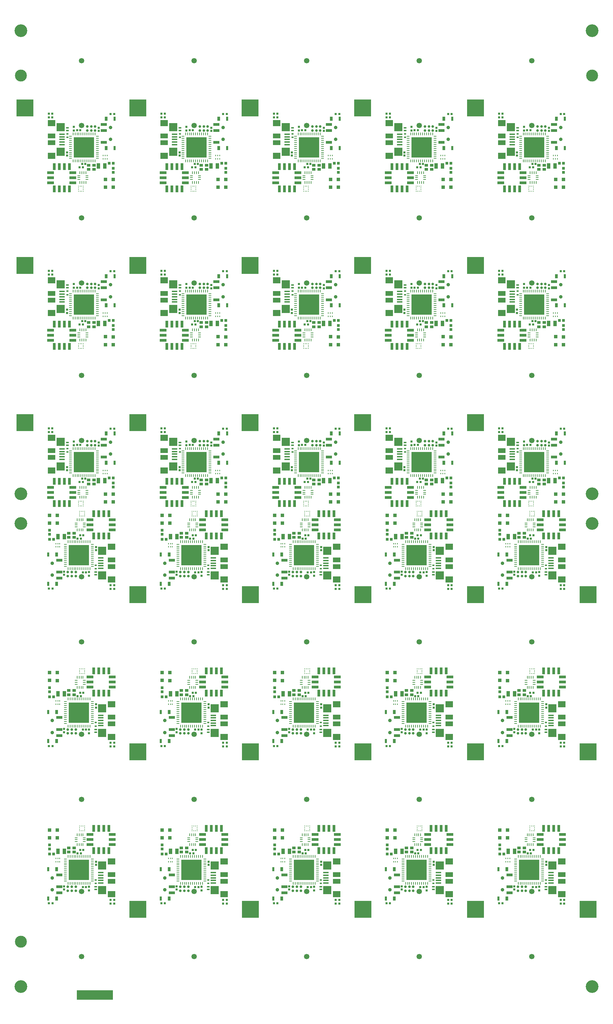
<source format=gts>
G04*
G04 #@! TF.GenerationSoftware,Altium Limited,Altium Designer,23.6.0 (18)*
G04*
G04 Layer_Color=8388736*
%FSLAX44Y44*%
%MOMM*%
G71*
G04*
G04 #@! TF.SameCoordinates,542A25E6-394C-4203-B619-F464005C6F94*
G04*
G04*
G04 #@! TF.FilePolarity,Negative*
G04*
G01*
G75*
%ADD10R,4.2000X4.2000*%
%ADD14R,1.5000X0.7000*%
%ADD15R,0.8000X1.0000*%
%ADD16R,0.6000X1.0000*%
%ADD17R,0.9500X1.3500*%
%ADD18R,0.5200X0.5200*%
%ADD19R,0.5200X0.5200*%
%ADD20R,0.7200X0.4500*%
%ADD21R,0.5500X0.4500*%
%ADD22R,1.3500X0.4000*%
%ADD23R,1.9000X1.2000*%
%ADD24R,1.9000X1.6000*%
%ADD25R,2.0000X2.1000*%
%ADD26C,0.2200*%
G04:AMPARAMS|DCode=27|XSize=0.24mm|YSize=0.6mm|CornerRadius=0.0504mm|HoleSize=0mm|Usage=FLASHONLY|Rotation=90.000|XOffset=0mm|YOffset=0mm|HoleType=Round|Shape=RoundedRectangle|*
%AMROUNDEDRECTD27*
21,1,0.2400,0.4992,0,0,90.0*
21,1,0.1392,0.6000,0,0,90.0*
1,1,0.1008,0.2496,0.0696*
1,1,0.1008,0.2496,-0.0696*
1,1,0.1008,-0.2496,-0.0696*
1,1,0.1008,-0.2496,0.0696*
%
%ADD27ROUNDEDRECTD27*%
%ADD28R,0.2500X0.4500*%
G04:AMPARAMS|DCode=29|XSize=5.15mm|YSize=5.15mm|CornerRadius=0.0515mm|HoleSize=0mm|Usage=FLASHONLY|Rotation=360.000|XOffset=0mm|YOffset=0mm|HoleType=Round|Shape=RoundedRectangle|*
%AMROUNDEDRECTD29*
21,1,5.1500,5.0470,0,0,360.0*
21,1,5.0470,5.1500,0,0,360.0*
1,1,0.1030,2.5235,-2.5235*
1,1,0.1030,-2.5235,-2.5235*
1,1,0.1030,-2.5235,2.5235*
1,1,0.1030,2.5235,2.5235*
%
%ADD29ROUNDEDRECTD29*%
G04:AMPARAMS|DCode=30|XSize=0.24mm|YSize=0.6mm|CornerRadius=0.0504mm|HoleSize=0mm|Usage=FLASHONLY|Rotation=360.000|XOffset=0mm|YOffset=0mm|HoleType=Round|Shape=RoundedRectangle|*
%AMROUNDEDRECTD30*
21,1,0.2400,0.4992,0,0,360.0*
21,1,0.1392,0.6000,0,0,360.0*
1,1,0.1008,0.0696,-0.2496*
1,1,0.1008,-0.0696,-0.2496*
1,1,0.1008,-0.0696,0.2496*
1,1,0.1008,0.0696,0.2496*
%
%ADD30ROUNDEDRECTD30*%
%ADD31R,0.8700X0.8700*%
%ADD32R,0.6000X0.5000*%
%ADD33R,0.7400X0.7300*%
%ADD34R,0.8500X0.7500*%
%ADD35R,0.7200X0.7200*%
%ADD36R,0.2500X0.6750*%
%ADD37R,0.6750X0.2500*%
%ADD38R,0.6800X1.8000*%
%ADD39R,1.8000X0.6800*%
%ADD40R,0.6200X0.6200*%
%ADD41R,0.5000X0.6000*%
%ADD48C,1.3500*%
%ADD49C,0.6500*%
%ADD102R,2.3750X2.3750*%
%ADD103R,2.3750X2.3750*%
%ADD104C,3.2000*%
%ADD105C,3.0000*%
%ADD106C,0.9000*%
D10*
X330875Y2243000D02*
D03*
X47630D02*
D03*
X613270D02*
D03*
X896020D02*
D03*
X1179130D02*
D03*
Y1848000D02*
D03*
X896020D02*
D03*
X613270D02*
D03*
X47630D02*
D03*
X330875D02*
D03*
Y1453000D02*
D03*
X47630D02*
D03*
X613270D02*
D03*
X896020D02*
D03*
X1179130D02*
D03*
X330870Y232000D02*
D03*
X613980D02*
D03*
X896730D02*
D03*
X1462370D02*
D03*
X1179125D02*
D03*
Y627000D02*
D03*
X1462370D02*
D03*
X896730D02*
D03*
X613980D02*
D03*
X330870D02*
D03*
Y1022000D02*
D03*
X613980D02*
D03*
X896730D02*
D03*
X1462370D02*
D03*
X1179125D02*
D03*
D14*
X1264602Y318100D02*
D03*
Y288100D02*
D03*
Y273100D02*
D03*
Y713100D02*
D03*
Y683100D02*
D03*
Y668100D02*
D03*
Y1108100D02*
D03*
Y1078100D02*
D03*
Y1063100D02*
D03*
X981852Y318100D02*
D03*
Y288100D02*
D03*
Y273100D02*
D03*
Y713100D02*
D03*
Y683100D02*
D03*
Y668100D02*
D03*
Y1108100D02*
D03*
Y1078100D02*
D03*
Y1063100D02*
D03*
X699102Y318100D02*
D03*
Y288100D02*
D03*
Y273100D02*
D03*
Y713100D02*
D03*
Y683100D02*
D03*
Y668100D02*
D03*
Y1108100D02*
D03*
Y1078100D02*
D03*
Y1063100D02*
D03*
X416352Y318100D02*
D03*
Y288100D02*
D03*
Y273100D02*
D03*
Y713100D02*
D03*
Y683100D02*
D03*
Y668100D02*
D03*
Y1108100D02*
D03*
Y1078100D02*
D03*
Y1063100D02*
D03*
X133602Y318100D02*
D03*
Y288100D02*
D03*
Y273100D02*
D03*
Y713100D02*
D03*
Y683100D02*
D03*
Y668100D02*
D03*
Y1108100D02*
D03*
Y1078100D02*
D03*
Y1063100D02*
D03*
X245398Y2156900D02*
D03*
Y2186900D02*
D03*
Y2201900D02*
D03*
Y1761900D02*
D03*
Y1791900D02*
D03*
Y1806900D02*
D03*
Y1366900D02*
D03*
Y1396900D02*
D03*
Y1411900D02*
D03*
X528148Y2156900D02*
D03*
Y2186900D02*
D03*
Y2201900D02*
D03*
Y1761900D02*
D03*
Y1791900D02*
D03*
Y1806900D02*
D03*
Y1366900D02*
D03*
Y1396900D02*
D03*
Y1411900D02*
D03*
X810898Y2156900D02*
D03*
Y2186900D02*
D03*
Y2201900D02*
D03*
Y1761900D02*
D03*
Y1791900D02*
D03*
Y1806900D02*
D03*
Y1366900D02*
D03*
Y1396900D02*
D03*
Y1411900D02*
D03*
X1093648Y2156900D02*
D03*
Y2186900D02*
D03*
Y2201900D02*
D03*
Y1761900D02*
D03*
Y1791900D02*
D03*
Y1806900D02*
D03*
Y1366900D02*
D03*
Y1396900D02*
D03*
Y1411900D02*
D03*
X1376398Y2156900D02*
D03*
Y2186900D02*
D03*
Y2201900D02*
D03*
Y1761900D02*
D03*
Y1791900D02*
D03*
Y1806900D02*
D03*
Y1366900D02*
D03*
Y1396900D02*
D03*
Y1411900D02*
D03*
D15*
X1258102Y259100D02*
D03*
Y332100D02*
D03*
Y654100D02*
D03*
Y727100D02*
D03*
Y1049100D02*
D03*
Y1122100D02*
D03*
X975352Y259100D02*
D03*
Y332100D02*
D03*
Y654100D02*
D03*
Y727100D02*
D03*
Y1049100D02*
D03*
Y1122100D02*
D03*
X692602Y259100D02*
D03*
Y332100D02*
D03*
Y654100D02*
D03*
Y727100D02*
D03*
Y1049100D02*
D03*
Y1122100D02*
D03*
X409852Y259100D02*
D03*
Y332100D02*
D03*
Y654100D02*
D03*
Y727100D02*
D03*
Y1049100D02*
D03*
Y1122100D02*
D03*
X127102Y259100D02*
D03*
Y332100D02*
D03*
Y654100D02*
D03*
Y727100D02*
D03*
Y1049100D02*
D03*
Y1122100D02*
D03*
X251898Y2215900D02*
D03*
Y2142900D02*
D03*
Y1820900D02*
D03*
Y1747900D02*
D03*
Y1425900D02*
D03*
Y1352900D02*
D03*
X534648Y2215900D02*
D03*
Y2142900D02*
D03*
Y1820900D02*
D03*
Y1747900D02*
D03*
Y1425900D02*
D03*
Y1352900D02*
D03*
X817398Y2215900D02*
D03*
Y2142900D02*
D03*
Y1820900D02*
D03*
Y1747900D02*
D03*
Y1425900D02*
D03*
Y1352900D02*
D03*
X1100148Y2215900D02*
D03*
Y2142900D02*
D03*
Y1820900D02*
D03*
Y1747900D02*
D03*
Y1425900D02*
D03*
Y1352900D02*
D03*
X1382898Y2215900D02*
D03*
Y2142900D02*
D03*
Y1820900D02*
D03*
Y1747900D02*
D03*
Y1425900D02*
D03*
Y1352900D02*
D03*
D16*
X1237102Y259100D02*
D03*
Y332100D02*
D03*
Y654100D02*
D03*
Y727100D02*
D03*
Y1049100D02*
D03*
Y1122100D02*
D03*
X954352Y259100D02*
D03*
Y332100D02*
D03*
Y654100D02*
D03*
Y727100D02*
D03*
Y1049100D02*
D03*
Y1122100D02*
D03*
X671602Y259100D02*
D03*
Y332100D02*
D03*
Y654100D02*
D03*
Y727100D02*
D03*
Y1049100D02*
D03*
Y1122100D02*
D03*
X388852Y259100D02*
D03*
Y332100D02*
D03*
Y654100D02*
D03*
Y727100D02*
D03*
Y1049100D02*
D03*
Y1122100D02*
D03*
X106102Y259100D02*
D03*
Y332100D02*
D03*
Y654100D02*
D03*
Y727100D02*
D03*
Y1049100D02*
D03*
Y1122100D02*
D03*
X272898Y2215900D02*
D03*
Y2142900D02*
D03*
Y1820900D02*
D03*
Y1747900D02*
D03*
Y1425900D02*
D03*
Y1352900D02*
D03*
X555648Y2215900D02*
D03*
Y2142900D02*
D03*
Y1820900D02*
D03*
Y1747900D02*
D03*
Y1425900D02*
D03*
Y1352900D02*
D03*
X838398Y2215900D02*
D03*
Y2142900D02*
D03*
Y1820900D02*
D03*
Y1747900D02*
D03*
Y1425900D02*
D03*
Y1352900D02*
D03*
X1121148Y2215900D02*
D03*
Y2142900D02*
D03*
Y1820900D02*
D03*
Y1747900D02*
D03*
Y1425900D02*
D03*
Y1352900D02*
D03*
X1403898Y2215900D02*
D03*
Y2142900D02*
D03*
Y1820900D02*
D03*
Y1747900D02*
D03*
Y1425900D02*
D03*
Y1352900D02*
D03*
D17*
X1261750Y377500D02*
D03*
X1277750D02*
D03*
X1261750Y772500D02*
D03*
X1277750D02*
D03*
X1261750Y1167500D02*
D03*
X1277750D02*
D03*
X979000Y377500D02*
D03*
X995000D02*
D03*
X979000Y772500D02*
D03*
X995000D02*
D03*
X979000Y1167500D02*
D03*
X995000D02*
D03*
X696250Y377500D02*
D03*
X712250D02*
D03*
X696250Y772500D02*
D03*
X712250D02*
D03*
X696250Y1167500D02*
D03*
X712250D02*
D03*
X413500Y377500D02*
D03*
X429500D02*
D03*
X413500Y772500D02*
D03*
X429500D02*
D03*
X413500Y1167500D02*
D03*
X429500D02*
D03*
X130750Y377500D02*
D03*
X146750D02*
D03*
X130750Y772500D02*
D03*
X146750D02*
D03*
X130750Y1167500D02*
D03*
X146750D02*
D03*
X248250Y2097500D02*
D03*
X232250D02*
D03*
X248250Y1702500D02*
D03*
X232250D02*
D03*
X248250Y1307500D02*
D03*
X232250D02*
D03*
X531000Y2097500D02*
D03*
X515000D02*
D03*
X531000Y1702500D02*
D03*
X515000D02*
D03*
X531000Y1307500D02*
D03*
X515000D02*
D03*
X813750Y2097500D02*
D03*
X797750D02*
D03*
X813750Y1702500D02*
D03*
X797750D02*
D03*
X813750Y1307500D02*
D03*
X797750D02*
D03*
X1096500Y2097500D02*
D03*
X1080500D02*
D03*
X1096500Y1702500D02*
D03*
X1080500D02*
D03*
X1096500Y1307500D02*
D03*
X1080500D02*
D03*
X1379250Y2097500D02*
D03*
X1363250D02*
D03*
X1379250Y1702500D02*
D03*
X1363250D02*
D03*
X1379250Y1307500D02*
D03*
X1363250D02*
D03*
D18*
X1318650Y371850D02*
D03*
X1310650D02*
D03*
X1325000Y380400D02*
D03*
X1317000D02*
D03*
X1323678Y287800D02*
D03*
X1331678D02*
D03*
X1318650Y766850D02*
D03*
X1310650D02*
D03*
X1325000Y775400D02*
D03*
X1317000D02*
D03*
X1323678Y682800D02*
D03*
X1331678D02*
D03*
X1318650Y1161850D02*
D03*
X1310650D02*
D03*
X1325000Y1170400D02*
D03*
X1317000D02*
D03*
X1323678Y1077800D02*
D03*
X1331678D02*
D03*
X1035900Y371850D02*
D03*
X1027900D02*
D03*
X1042250Y380400D02*
D03*
X1034250D02*
D03*
X1040928Y287800D02*
D03*
X1048928D02*
D03*
X1035900Y766850D02*
D03*
X1027900D02*
D03*
X1042250Y775400D02*
D03*
X1034250D02*
D03*
X1040928Y682800D02*
D03*
X1048928D02*
D03*
X1035900Y1161850D02*
D03*
X1027900D02*
D03*
X1042250Y1170400D02*
D03*
X1034250D02*
D03*
X1040928Y1077800D02*
D03*
X1048928D02*
D03*
X753150Y371850D02*
D03*
X745150D02*
D03*
X759500Y380400D02*
D03*
X751500D02*
D03*
X758178Y287800D02*
D03*
X766178D02*
D03*
X753150Y766850D02*
D03*
X745150D02*
D03*
X759500Y775400D02*
D03*
X751500D02*
D03*
X758178Y682800D02*
D03*
X766178D02*
D03*
X753150Y1161850D02*
D03*
X745150D02*
D03*
X759500Y1170400D02*
D03*
X751500D02*
D03*
X758178Y1077800D02*
D03*
X766178D02*
D03*
X470400Y371850D02*
D03*
X462400D02*
D03*
X476750Y380400D02*
D03*
X468750D02*
D03*
X475428Y287800D02*
D03*
X483428D02*
D03*
X470400Y766850D02*
D03*
X462400D02*
D03*
X476750Y775400D02*
D03*
X468750D02*
D03*
X475428Y682800D02*
D03*
X483428D02*
D03*
X470400Y1161850D02*
D03*
X462400D02*
D03*
X476750Y1170400D02*
D03*
X468750D02*
D03*
X475428Y1077800D02*
D03*
X483428D02*
D03*
X187650Y371850D02*
D03*
X179650D02*
D03*
X194000Y380400D02*
D03*
X186000D02*
D03*
X192677Y287800D02*
D03*
X200678D02*
D03*
X187650Y766850D02*
D03*
X179650D02*
D03*
X194000Y775400D02*
D03*
X186000D02*
D03*
X192677Y682800D02*
D03*
X200678D02*
D03*
X187650Y1161850D02*
D03*
X179650D02*
D03*
X194000Y1170400D02*
D03*
X186000D02*
D03*
X192677Y1077800D02*
D03*
X200678D02*
D03*
X191350Y2103150D02*
D03*
X199350D02*
D03*
X185000Y2094600D02*
D03*
X193000D02*
D03*
X186322Y2187200D02*
D03*
X178322D02*
D03*
X191350Y1708150D02*
D03*
X199350D02*
D03*
X185000Y1699600D02*
D03*
X193000D02*
D03*
X186322Y1792200D02*
D03*
X178322D02*
D03*
X191350Y1313150D02*
D03*
X199350D02*
D03*
X185000Y1304600D02*
D03*
X193000D02*
D03*
X186322Y1397200D02*
D03*
X178322D02*
D03*
X474100Y2103150D02*
D03*
X482100D02*
D03*
X467750Y2094600D02*
D03*
X475750D02*
D03*
X469072Y2187200D02*
D03*
X461072D02*
D03*
X474100Y1708150D02*
D03*
X482100D02*
D03*
X467750Y1699600D02*
D03*
X475750D02*
D03*
X469072Y1792200D02*
D03*
X461072D02*
D03*
X474100Y1313150D02*
D03*
X482100D02*
D03*
X467750Y1304600D02*
D03*
X475750D02*
D03*
X469072Y1397200D02*
D03*
X461072D02*
D03*
X756850Y2103150D02*
D03*
X764850D02*
D03*
X750500Y2094600D02*
D03*
X758500D02*
D03*
X751822Y2187200D02*
D03*
X743822D02*
D03*
X756850Y1708150D02*
D03*
X764850D02*
D03*
X750500Y1699600D02*
D03*
X758500D02*
D03*
X751822Y1792200D02*
D03*
X743822D02*
D03*
X756850Y1313150D02*
D03*
X764850D02*
D03*
X750500Y1304600D02*
D03*
X758500D02*
D03*
X751822Y1397200D02*
D03*
X743822D02*
D03*
X1039600Y2103150D02*
D03*
X1047600D02*
D03*
X1033250Y2094600D02*
D03*
X1041250D02*
D03*
X1034572Y2187200D02*
D03*
X1026572D02*
D03*
X1039600Y1708150D02*
D03*
X1047600D02*
D03*
X1033250Y1699600D02*
D03*
X1041250D02*
D03*
X1034572Y1792200D02*
D03*
X1026572D02*
D03*
X1039600Y1313150D02*
D03*
X1047600D02*
D03*
X1033250Y1304600D02*
D03*
X1041250D02*
D03*
X1034572Y1397200D02*
D03*
X1026572D02*
D03*
X1322350Y2103150D02*
D03*
X1330350D02*
D03*
X1316000Y2094600D02*
D03*
X1324000D02*
D03*
X1317323Y2187200D02*
D03*
X1309323D02*
D03*
X1322350Y1708150D02*
D03*
X1330350D02*
D03*
X1316000Y1699600D02*
D03*
X1324000D02*
D03*
X1317323Y1792200D02*
D03*
X1309323D02*
D03*
X1322350Y1313150D02*
D03*
X1330350D02*
D03*
X1316000Y1304600D02*
D03*
X1324000D02*
D03*
X1317323Y1397200D02*
D03*
X1309323D02*
D03*
D19*
X1357080Y343276D02*
D03*
Y351276D02*
D03*
X1276750Y281550D02*
D03*
Y289550D02*
D03*
X1357080Y738276D02*
D03*
Y746276D02*
D03*
X1276750Y676550D02*
D03*
Y684550D02*
D03*
X1357080Y1133276D02*
D03*
Y1141276D02*
D03*
X1276750Y1071550D02*
D03*
Y1079550D02*
D03*
X1074330Y343276D02*
D03*
Y351276D02*
D03*
X994000Y281550D02*
D03*
Y289550D02*
D03*
X1074330Y738276D02*
D03*
Y746276D02*
D03*
X994000Y676550D02*
D03*
Y684550D02*
D03*
X1074330Y1133276D02*
D03*
Y1141276D02*
D03*
X994000Y1071550D02*
D03*
Y1079550D02*
D03*
X791580Y343276D02*
D03*
Y351276D02*
D03*
X711250Y281550D02*
D03*
Y289550D02*
D03*
X791580Y738276D02*
D03*
Y746276D02*
D03*
X711250Y676550D02*
D03*
Y684550D02*
D03*
X791580Y1133276D02*
D03*
Y1141276D02*
D03*
X711250Y1071550D02*
D03*
Y1079550D02*
D03*
X508830Y343276D02*
D03*
Y351276D02*
D03*
X428500Y281550D02*
D03*
Y289550D02*
D03*
X508830Y738276D02*
D03*
Y746276D02*
D03*
X428500Y676550D02*
D03*
Y684550D02*
D03*
X508830Y1133276D02*
D03*
Y1141276D02*
D03*
X428500Y1071550D02*
D03*
Y1079550D02*
D03*
X226080Y343276D02*
D03*
Y351276D02*
D03*
X145750Y281550D02*
D03*
Y289550D02*
D03*
X226080Y738276D02*
D03*
Y746276D02*
D03*
X145750Y676550D02*
D03*
Y684550D02*
D03*
X226080Y1133276D02*
D03*
Y1141276D02*
D03*
X145750Y1071550D02*
D03*
Y1079550D02*
D03*
X152920Y2131724D02*
D03*
Y2123724D02*
D03*
X233250Y2193450D02*
D03*
Y2185450D02*
D03*
X152920Y1736724D02*
D03*
Y1728724D02*
D03*
X233250Y1798450D02*
D03*
Y1790450D02*
D03*
X152920Y1341724D02*
D03*
Y1333724D02*
D03*
X233250Y1403450D02*
D03*
Y1395450D02*
D03*
X435670Y2131724D02*
D03*
Y2123724D02*
D03*
X516000Y2193450D02*
D03*
Y2185450D02*
D03*
X435670Y1736724D02*
D03*
Y1728724D02*
D03*
X516000Y1798450D02*
D03*
Y1790450D02*
D03*
X435670Y1341724D02*
D03*
Y1333724D02*
D03*
X516000Y1403450D02*
D03*
Y1395450D02*
D03*
X718420Y2131724D02*
D03*
Y2123724D02*
D03*
X798750Y2193450D02*
D03*
Y2185450D02*
D03*
X718420Y1736724D02*
D03*
Y1728724D02*
D03*
X798750Y1798450D02*
D03*
Y1790450D02*
D03*
X718420Y1341724D02*
D03*
Y1333724D02*
D03*
X798750Y1403450D02*
D03*
Y1395450D02*
D03*
X1001170Y2131724D02*
D03*
Y2123724D02*
D03*
X1081500Y2193450D02*
D03*
Y2185450D02*
D03*
X1001170Y1736724D02*
D03*
Y1728724D02*
D03*
X1081500Y1798450D02*
D03*
Y1790450D02*
D03*
X1001170Y1341724D02*
D03*
Y1333724D02*
D03*
X1081500Y1403450D02*
D03*
Y1395450D02*
D03*
X1283920Y2131724D02*
D03*
Y2123724D02*
D03*
X1364250Y2193450D02*
D03*
Y2185450D02*
D03*
X1283920Y1736724D02*
D03*
Y1728724D02*
D03*
X1364250Y1798450D02*
D03*
Y1790450D02*
D03*
X1283920Y1341724D02*
D03*
Y1333724D02*
D03*
X1364250Y1403450D02*
D03*
Y1395450D02*
D03*
D20*
X1356000Y281300D02*
D03*
Y288100D02*
D03*
Y676300D02*
D03*
Y683100D02*
D03*
Y1071300D02*
D03*
Y1078100D02*
D03*
X1073250Y281300D02*
D03*
Y288100D02*
D03*
Y676300D02*
D03*
Y683100D02*
D03*
Y1071300D02*
D03*
Y1078100D02*
D03*
X790500Y281300D02*
D03*
Y288100D02*
D03*
Y676300D02*
D03*
Y683100D02*
D03*
Y1071300D02*
D03*
Y1078100D02*
D03*
X507750Y281300D02*
D03*
Y288100D02*
D03*
Y676300D02*
D03*
Y683100D02*
D03*
Y1071300D02*
D03*
Y1078100D02*
D03*
X225000Y281300D02*
D03*
Y288100D02*
D03*
Y676300D02*
D03*
Y683100D02*
D03*
Y1071300D02*
D03*
Y1078100D02*
D03*
X154000Y2193700D02*
D03*
Y2186900D02*
D03*
Y1798700D02*
D03*
Y1791900D02*
D03*
Y1403700D02*
D03*
Y1396900D02*
D03*
X436750Y2193700D02*
D03*
Y2186900D02*
D03*
Y1798700D02*
D03*
Y1791900D02*
D03*
Y1403700D02*
D03*
Y1396900D02*
D03*
X719500Y2193700D02*
D03*
Y2186900D02*
D03*
Y1798700D02*
D03*
Y1791900D02*
D03*
Y1403700D02*
D03*
Y1396900D02*
D03*
X1002250Y2193700D02*
D03*
Y2186900D02*
D03*
Y1798700D02*
D03*
Y1791900D02*
D03*
Y1403700D02*
D03*
Y1396900D02*
D03*
X1285000Y2193700D02*
D03*
Y2186900D02*
D03*
Y1798700D02*
D03*
Y1791900D02*
D03*
Y1403700D02*
D03*
Y1396900D02*
D03*
D21*
X1356000Y296500D02*
D03*
Y305500D02*
D03*
Y691500D02*
D03*
Y700500D02*
D03*
Y1086500D02*
D03*
Y1095500D02*
D03*
X1073250Y296500D02*
D03*
Y305500D02*
D03*
Y691500D02*
D03*
Y700500D02*
D03*
Y1086500D02*
D03*
Y1095500D02*
D03*
X790500Y296500D02*
D03*
Y305500D02*
D03*
Y691500D02*
D03*
Y700500D02*
D03*
Y1086500D02*
D03*
Y1095500D02*
D03*
X507750Y296500D02*
D03*
Y305500D02*
D03*
Y691500D02*
D03*
Y700500D02*
D03*
Y1086500D02*
D03*
Y1095500D02*
D03*
X225000Y296500D02*
D03*
Y305500D02*
D03*
Y691500D02*
D03*
Y700500D02*
D03*
Y1086500D02*
D03*
Y1095500D02*
D03*
X154000Y2178500D02*
D03*
Y2169500D02*
D03*
Y1783500D02*
D03*
Y1774500D02*
D03*
Y1388500D02*
D03*
Y1379500D02*
D03*
X436750Y2178500D02*
D03*
Y2169500D02*
D03*
Y1783500D02*
D03*
Y1774500D02*
D03*
Y1388500D02*
D03*
Y1379500D02*
D03*
X719500Y2178500D02*
D03*
Y2169500D02*
D03*
Y1783500D02*
D03*
Y1774500D02*
D03*
Y1388500D02*
D03*
Y1379500D02*
D03*
X1002250Y2178500D02*
D03*
Y2169500D02*
D03*
Y1783500D02*
D03*
Y1774500D02*
D03*
Y1388500D02*
D03*
Y1379500D02*
D03*
X1285000Y2178500D02*
D03*
Y2169500D02*
D03*
Y1783500D02*
D03*
Y1774500D02*
D03*
Y1388500D02*
D03*
Y1379500D02*
D03*
D22*
X1369125Y310662D02*
D03*
Y317162D02*
D03*
Y297662D02*
D03*
Y304162D02*
D03*
Y323662D02*
D03*
Y705662D02*
D03*
Y712162D02*
D03*
Y692662D02*
D03*
Y699162D02*
D03*
Y718662D02*
D03*
Y1100662D02*
D03*
Y1107162D02*
D03*
Y1087662D02*
D03*
Y1094162D02*
D03*
Y1113662D02*
D03*
X1086375Y310662D02*
D03*
Y317162D02*
D03*
Y297662D02*
D03*
Y304162D02*
D03*
Y323662D02*
D03*
Y705662D02*
D03*
Y712162D02*
D03*
Y692662D02*
D03*
Y699162D02*
D03*
Y718662D02*
D03*
Y1100662D02*
D03*
Y1107162D02*
D03*
Y1087662D02*
D03*
Y1094162D02*
D03*
Y1113662D02*
D03*
X803625Y310662D02*
D03*
Y317162D02*
D03*
Y297662D02*
D03*
Y304162D02*
D03*
Y323662D02*
D03*
Y705662D02*
D03*
Y712162D02*
D03*
Y692662D02*
D03*
Y699162D02*
D03*
Y718662D02*
D03*
Y1100662D02*
D03*
Y1107162D02*
D03*
Y1087662D02*
D03*
Y1094162D02*
D03*
Y1113662D02*
D03*
X520875Y310662D02*
D03*
Y317162D02*
D03*
Y297662D02*
D03*
Y304162D02*
D03*
Y323662D02*
D03*
Y705662D02*
D03*
Y712162D02*
D03*
Y692662D02*
D03*
Y699162D02*
D03*
Y718662D02*
D03*
Y1100662D02*
D03*
Y1107162D02*
D03*
Y1087662D02*
D03*
Y1094162D02*
D03*
Y1113662D02*
D03*
X238125Y310662D02*
D03*
Y317162D02*
D03*
Y297662D02*
D03*
Y304162D02*
D03*
Y323662D02*
D03*
Y705662D02*
D03*
Y712162D02*
D03*
Y692662D02*
D03*
Y699162D02*
D03*
Y718662D02*
D03*
Y1100662D02*
D03*
Y1107162D02*
D03*
Y1087662D02*
D03*
Y1094162D02*
D03*
Y1113662D02*
D03*
X140875Y2164338D02*
D03*
Y2157838D02*
D03*
Y2177338D02*
D03*
Y2170838D02*
D03*
Y2151338D02*
D03*
Y1769338D02*
D03*
Y1762838D02*
D03*
Y1782338D02*
D03*
Y1775838D02*
D03*
Y1756338D02*
D03*
Y1374338D02*
D03*
Y1367838D02*
D03*
Y1387338D02*
D03*
Y1380838D02*
D03*
Y1361338D02*
D03*
X423625Y2164338D02*
D03*
Y2157838D02*
D03*
Y2177338D02*
D03*
Y2170838D02*
D03*
Y2151338D02*
D03*
Y1769338D02*
D03*
Y1762838D02*
D03*
Y1782338D02*
D03*
Y1775838D02*
D03*
Y1756338D02*
D03*
Y1374338D02*
D03*
Y1367838D02*
D03*
Y1387338D02*
D03*
Y1380838D02*
D03*
Y1361338D02*
D03*
X706375Y2164338D02*
D03*
Y2157838D02*
D03*
Y2177338D02*
D03*
Y2170838D02*
D03*
Y2151338D02*
D03*
Y1769338D02*
D03*
Y1762838D02*
D03*
Y1782338D02*
D03*
Y1775838D02*
D03*
Y1756338D02*
D03*
Y1374338D02*
D03*
Y1367838D02*
D03*
Y1387338D02*
D03*
Y1380838D02*
D03*
Y1361338D02*
D03*
X989125Y2164338D02*
D03*
Y2157838D02*
D03*
Y2177338D02*
D03*
Y2170838D02*
D03*
Y2151338D02*
D03*
Y1769338D02*
D03*
Y1762838D02*
D03*
Y1782338D02*
D03*
Y1775838D02*
D03*
Y1756338D02*
D03*
Y1374338D02*
D03*
Y1367838D02*
D03*
Y1387338D02*
D03*
Y1380838D02*
D03*
Y1361338D02*
D03*
X1271875Y2164338D02*
D03*
Y2157838D02*
D03*
Y2177338D02*
D03*
Y2170838D02*
D03*
Y2151338D02*
D03*
Y1769338D02*
D03*
Y1762838D02*
D03*
Y1782338D02*
D03*
Y1775838D02*
D03*
Y1756338D02*
D03*
Y1374338D02*
D03*
Y1367838D02*
D03*
Y1387338D02*
D03*
Y1380838D02*
D03*
Y1361338D02*
D03*
D23*
X1395875Y302162D02*
D03*
Y319162D02*
D03*
Y697162D02*
D03*
Y714162D02*
D03*
Y1092162D02*
D03*
Y1109162D02*
D03*
X1113125Y302162D02*
D03*
Y319162D02*
D03*
Y697162D02*
D03*
Y714162D02*
D03*
Y1092162D02*
D03*
Y1109162D02*
D03*
X830375Y302162D02*
D03*
Y319162D02*
D03*
Y697162D02*
D03*
Y714162D02*
D03*
Y1092162D02*
D03*
Y1109162D02*
D03*
X547625Y302162D02*
D03*
Y319162D02*
D03*
Y697162D02*
D03*
Y714162D02*
D03*
Y1092162D02*
D03*
Y1109162D02*
D03*
X264875Y302162D02*
D03*
Y319162D02*
D03*
Y697162D02*
D03*
Y714162D02*
D03*
Y1092162D02*
D03*
Y1109162D02*
D03*
X114125Y2172838D02*
D03*
Y2155838D02*
D03*
Y1777838D02*
D03*
Y1760838D02*
D03*
Y1382838D02*
D03*
Y1365838D02*
D03*
X396875Y2172838D02*
D03*
Y2155838D02*
D03*
Y1777838D02*
D03*
Y1760838D02*
D03*
Y1382838D02*
D03*
Y1365838D02*
D03*
X679625Y2172838D02*
D03*
Y2155838D02*
D03*
Y1777838D02*
D03*
Y1760838D02*
D03*
Y1382838D02*
D03*
Y1365838D02*
D03*
X962375Y2172838D02*
D03*
Y2155838D02*
D03*
Y1777838D02*
D03*
Y1760838D02*
D03*
Y1382838D02*
D03*
Y1365838D02*
D03*
X1245125Y2172838D02*
D03*
Y2155838D02*
D03*
Y1777838D02*
D03*
Y1760838D02*
D03*
Y1382838D02*
D03*
Y1365838D02*
D03*
D24*
X1395875Y269662D02*
D03*
Y351662D02*
D03*
Y664662D02*
D03*
Y746662D02*
D03*
Y1059662D02*
D03*
Y1141662D02*
D03*
X1113125Y269662D02*
D03*
Y351662D02*
D03*
Y664662D02*
D03*
Y746662D02*
D03*
Y1059662D02*
D03*
Y1141662D02*
D03*
X830375Y269662D02*
D03*
Y351662D02*
D03*
Y664662D02*
D03*
Y746662D02*
D03*
Y1059662D02*
D03*
Y1141662D02*
D03*
X547625Y269662D02*
D03*
Y351662D02*
D03*
Y664662D02*
D03*
Y746662D02*
D03*
Y1059662D02*
D03*
Y1141662D02*
D03*
X264875Y269662D02*
D03*
Y351662D02*
D03*
Y664662D02*
D03*
Y746662D02*
D03*
Y1059662D02*
D03*
Y1141662D02*
D03*
X114125Y2205338D02*
D03*
Y2123338D02*
D03*
Y1810338D02*
D03*
Y1728338D02*
D03*
Y1415338D02*
D03*
Y1333338D02*
D03*
X396875Y2205338D02*
D03*
Y2123338D02*
D03*
Y1810338D02*
D03*
Y1728338D02*
D03*
Y1415338D02*
D03*
Y1333338D02*
D03*
X679625Y2205338D02*
D03*
Y2123338D02*
D03*
Y1810338D02*
D03*
Y1728338D02*
D03*
Y1415338D02*
D03*
Y1333338D02*
D03*
X962375Y2205338D02*
D03*
Y2123338D02*
D03*
Y1810338D02*
D03*
Y1728338D02*
D03*
Y1415338D02*
D03*
Y1333338D02*
D03*
X1245125Y2205338D02*
D03*
Y2123338D02*
D03*
Y1810338D02*
D03*
Y1728338D02*
D03*
Y1415338D02*
D03*
Y1333338D02*
D03*
D25*
X1372375Y279662D02*
D03*
Y341662D02*
D03*
Y674662D02*
D03*
Y736662D02*
D03*
Y1069662D02*
D03*
Y1131662D02*
D03*
X1089625Y279662D02*
D03*
Y341662D02*
D03*
Y674662D02*
D03*
Y736662D02*
D03*
Y1069662D02*
D03*
Y1131662D02*
D03*
X806875Y279662D02*
D03*
Y341662D02*
D03*
Y674662D02*
D03*
Y736662D02*
D03*
Y1069662D02*
D03*
Y1131662D02*
D03*
X524125Y279662D02*
D03*
Y341662D02*
D03*
Y674662D02*
D03*
Y736662D02*
D03*
Y1069662D02*
D03*
Y1131662D02*
D03*
X241375Y279662D02*
D03*
Y341662D02*
D03*
Y674662D02*
D03*
Y736662D02*
D03*
Y1069662D02*
D03*
Y1131662D02*
D03*
X137625Y2195338D02*
D03*
Y2133338D02*
D03*
Y1800338D02*
D03*
Y1738338D02*
D03*
Y1405338D02*
D03*
Y1343338D02*
D03*
X420375Y2195338D02*
D03*
Y2133338D02*
D03*
Y1800338D02*
D03*
Y1738338D02*
D03*
Y1405338D02*
D03*
Y1343338D02*
D03*
X703125Y2195338D02*
D03*
Y2133338D02*
D03*
Y1800338D02*
D03*
Y1738338D02*
D03*
Y1405338D02*
D03*
Y1343338D02*
D03*
X985875Y2195338D02*
D03*
Y2133338D02*
D03*
Y1800338D02*
D03*
Y1738338D02*
D03*
Y1405338D02*
D03*
Y1343338D02*
D03*
X1268625Y2195338D02*
D03*
Y2133338D02*
D03*
Y1800338D02*
D03*
Y1738338D02*
D03*
Y1405338D02*
D03*
Y1343338D02*
D03*
D26*
X1316000Y428500D02*
D03*
Y432500D02*
D03*
Y436500D02*
D03*
Y440500D02*
D03*
X1320000Y428500D02*
D03*
Y440500D02*
D03*
X1324000Y428500D02*
D03*
Y440500D02*
D03*
X1328000Y428500D02*
D03*
Y432500D02*
D03*
Y436500D02*
D03*
Y440500D02*
D03*
X1316000Y823500D02*
D03*
Y827500D02*
D03*
Y831500D02*
D03*
Y835500D02*
D03*
X1320000Y823500D02*
D03*
Y835500D02*
D03*
X1324000Y823500D02*
D03*
Y835500D02*
D03*
X1328000Y823500D02*
D03*
Y827500D02*
D03*
Y831500D02*
D03*
Y835500D02*
D03*
X1316000Y1218500D02*
D03*
Y1222500D02*
D03*
Y1226500D02*
D03*
Y1230500D02*
D03*
X1320000Y1218500D02*
D03*
Y1230500D02*
D03*
X1324000Y1218500D02*
D03*
Y1230500D02*
D03*
X1328000Y1218500D02*
D03*
Y1222500D02*
D03*
Y1226500D02*
D03*
Y1230500D02*
D03*
X1033250Y428500D02*
D03*
Y432500D02*
D03*
Y436500D02*
D03*
Y440500D02*
D03*
X1037250Y428500D02*
D03*
Y440500D02*
D03*
X1041250Y428500D02*
D03*
Y440500D02*
D03*
X1045250Y428500D02*
D03*
Y432500D02*
D03*
Y436500D02*
D03*
Y440500D02*
D03*
X1033250Y823500D02*
D03*
Y827500D02*
D03*
Y831500D02*
D03*
Y835500D02*
D03*
X1037250Y823500D02*
D03*
Y835500D02*
D03*
X1041250Y823500D02*
D03*
Y835500D02*
D03*
X1045250Y823500D02*
D03*
Y827500D02*
D03*
Y831500D02*
D03*
Y835500D02*
D03*
X1033250Y1218500D02*
D03*
Y1222500D02*
D03*
Y1226500D02*
D03*
Y1230500D02*
D03*
X1037250Y1218500D02*
D03*
Y1230500D02*
D03*
X1041250Y1218500D02*
D03*
Y1230500D02*
D03*
X1045250Y1218500D02*
D03*
Y1222500D02*
D03*
Y1226500D02*
D03*
Y1230500D02*
D03*
X750500Y428500D02*
D03*
Y432500D02*
D03*
Y436500D02*
D03*
Y440500D02*
D03*
X754500Y428500D02*
D03*
Y440500D02*
D03*
X758500Y428500D02*
D03*
Y440500D02*
D03*
X762500Y428500D02*
D03*
Y432500D02*
D03*
Y436500D02*
D03*
Y440500D02*
D03*
X750500Y823500D02*
D03*
Y827500D02*
D03*
Y831500D02*
D03*
Y835500D02*
D03*
X754500Y823500D02*
D03*
Y835500D02*
D03*
X758500Y823500D02*
D03*
Y835500D02*
D03*
X762500Y823500D02*
D03*
Y827500D02*
D03*
Y831500D02*
D03*
Y835500D02*
D03*
X750500Y1218500D02*
D03*
Y1222500D02*
D03*
Y1226500D02*
D03*
Y1230500D02*
D03*
X754500Y1218500D02*
D03*
Y1230500D02*
D03*
X758500Y1218500D02*
D03*
Y1230500D02*
D03*
X762500Y1218500D02*
D03*
Y1222500D02*
D03*
Y1226500D02*
D03*
Y1230500D02*
D03*
X467750Y428500D02*
D03*
Y432500D02*
D03*
Y436500D02*
D03*
Y440500D02*
D03*
X471750Y428500D02*
D03*
Y440500D02*
D03*
X475750Y428500D02*
D03*
Y440500D02*
D03*
X479750Y428500D02*
D03*
Y432500D02*
D03*
Y436500D02*
D03*
Y440500D02*
D03*
X467750Y823500D02*
D03*
Y827500D02*
D03*
Y831500D02*
D03*
Y835500D02*
D03*
X471750Y823500D02*
D03*
Y835500D02*
D03*
X475750Y823500D02*
D03*
Y835500D02*
D03*
X479750Y823500D02*
D03*
Y827500D02*
D03*
Y831500D02*
D03*
Y835500D02*
D03*
X467750Y1218500D02*
D03*
Y1222500D02*
D03*
Y1226500D02*
D03*
Y1230500D02*
D03*
X471750Y1218500D02*
D03*
Y1230500D02*
D03*
X475750Y1218500D02*
D03*
Y1230500D02*
D03*
X479750Y1218500D02*
D03*
Y1222500D02*
D03*
Y1226500D02*
D03*
Y1230500D02*
D03*
X185000Y428500D02*
D03*
Y432500D02*
D03*
Y436500D02*
D03*
Y440500D02*
D03*
X189000Y428500D02*
D03*
Y440500D02*
D03*
X193000Y428500D02*
D03*
Y440500D02*
D03*
X197000Y428500D02*
D03*
Y432500D02*
D03*
Y436500D02*
D03*
Y440500D02*
D03*
X185000Y823500D02*
D03*
Y827500D02*
D03*
Y831500D02*
D03*
Y835500D02*
D03*
X189000Y823500D02*
D03*
Y835500D02*
D03*
X193000Y823500D02*
D03*
Y835500D02*
D03*
X197000Y823500D02*
D03*
Y827500D02*
D03*
Y831500D02*
D03*
Y835500D02*
D03*
X185000Y1218500D02*
D03*
Y1222500D02*
D03*
Y1226500D02*
D03*
Y1230500D02*
D03*
X189000Y1218500D02*
D03*
Y1230500D02*
D03*
X193000Y1218500D02*
D03*
Y1230500D02*
D03*
X197000Y1218500D02*
D03*
Y1222500D02*
D03*
Y1226500D02*
D03*
Y1230500D02*
D03*
X194000Y2046500D02*
D03*
Y2042500D02*
D03*
Y2038500D02*
D03*
Y2034500D02*
D03*
X190000Y2046500D02*
D03*
Y2034500D02*
D03*
X186000Y2046500D02*
D03*
Y2034500D02*
D03*
X182000Y2046500D02*
D03*
Y2042500D02*
D03*
Y2038500D02*
D03*
Y2034500D02*
D03*
X194000Y1651500D02*
D03*
Y1647500D02*
D03*
Y1643500D02*
D03*
Y1639500D02*
D03*
X190000Y1651500D02*
D03*
Y1639500D02*
D03*
X186000Y1651500D02*
D03*
Y1639500D02*
D03*
X182000Y1651500D02*
D03*
Y1647500D02*
D03*
Y1643500D02*
D03*
Y1639500D02*
D03*
X194000Y1256500D02*
D03*
Y1252500D02*
D03*
Y1248500D02*
D03*
Y1244500D02*
D03*
X190000Y1256500D02*
D03*
Y1244500D02*
D03*
X186000Y1256500D02*
D03*
Y1244500D02*
D03*
X182000Y1256500D02*
D03*
Y1252500D02*
D03*
Y1248500D02*
D03*
Y1244500D02*
D03*
X476750Y2046500D02*
D03*
Y2042500D02*
D03*
Y2038500D02*
D03*
Y2034500D02*
D03*
X472750Y2046500D02*
D03*
Y2034500D02*
D03*
X468750Y2046500D02*
D03*
Y2034500D02*
D03*
X464750Y2046500D02*
D03*
Y2042500D02*
D03*
Y2038500D02*
D03*
Y2034500D02*
D03*
X476750Y1651500D02*
D03*
Y1647500D02*
D03*
Y1643500D02*
D03*
Y1639500D02*
D03*
X472750Y1651500D02*
D03*
Y1639500D02*
D03*
X468750Y1651500D02*
D03*
Y1639500D02*
D03*
X464750Y1651500D02*
D03*
Y1647500D02*
D03*
Y1643500D02*
D03*
Y1639500D02*
D03*
X476750Y1256500D02*
D03*
Y1252500D02*
D03*
Y1248500D02*
D03*
Y1244500D02*
D03*
X472750Y1256500D02*
D03*
Y1244500D02*
D03*
X468750Y1256500D02*
D03*
Y1244500D02*
D03*
X464750Y1256500D02*
D03*
Y1252500D02*
D03*
Y1248500D02*
D03*
Y1244500D02*
D03*
X759500Y2046500D02*
D03*
Y2042500D02*
D03*
Y2038500D02*
D03*
Y2034500D02*
D03*
X755500Y2046500D02*
D03*
Y2034500D02*
D03*
X751500Y2046500D02*
D03*
Y2034500D02*
D03*
X747500Y2046500D02*
D03*
Y2042500D02*
D03*
Y2038500D02*
D03*
Y2034500D02*
D03*
X759500Y1651500D02*
D03*
Y1647500D02*
D03*
Y1643500D02*
D03*
Y1639500D02*
D03*
X755500Y1651500D02*
D03*
Y1639500D02*
D03*
X751500Y1651500D02*
D03*
Y1639500D02*
D03*
X747500Y1651500D02*
D03*
Y1647500D02*
D03*
Y1643500D02*
D03*
Y1639500D02*
D03*
X759500Y1256500D02*
D03*
Y1252500D02*
D03*
Y1248500D02*
D03*
Y1244500D02*
D03*
X755500Y1256500D02*
D03*
Y1244500D02*
D03*
X751500Y1256500D02*
D03*
Y1244500D02*
D03*
X747500Y1256500D02*
D03*
Y1252500D02*
D03*
Y1248500D02*
D03*
Y1244500D02*
D03*
X1042250Y2046500D02*
D03*
Y2042500D02*
D03*
Y2038500D02*
D03*
Y2034500D02*
D03*
X1038250Y2046500D02*
D03*
Y2034500D02*
D03*
X1034250Y2046500D02*
D03*
Y2034500D02*
D03*
X1030250Y2046500D02*
D03*
Y2042500D02*
D03*
Y2038500D02*
D03*
Y2034500D02*
D03*
X1042250Y1651500D02*
D03*
Y1647500D02*
D03*
Y1643500D02*
D03*
Y1639500D02*
D03*
X1038250Y1651500D02*
D03*
Y1639500D02*
D03*
X1034250Y1651500D02*
D03*
Y1639500D02*
D03*
X1030250Y1651500D02*
D03*
Y1647500D02*
D03*
Y1643500D02*
D03*
Y1639500D02*
D03*
X1042250Y1256500D02*
D03*
Y1252500D02*
D03*
Y1248500D02*
D03*
Y1244500D02*
D03*
X1038250Y1256500D02*
D03*
Y1244500D02*
D03*
X1034250Y1256500D02*
D03*
Y1244500D02*
D03*
X1030250Y1256500D02*
D03*
Y1252500D02*
D03*
Y1248500D02*
D03*
Y1244500D02*
D03*
X1325000Y2046500D02*
D03*
Y2042500D02*
D03*
Y2038500D02*
D03*
Y2034500D02*
D03*
X1321000Y2046500D02*
D03*
Y2034500D02*
D03*
X1317000Y2046500D02*
D03*
Y2034500D02*
D03*
X1313000Y2046500D02*
D03*
Y2042500D02*
D03*
Y2038500D02*
D03*
Y2034500D02*
D03*
X1325000Y1651500D02*
D03*
Y1647500D02*
D03*
Y1643500D02*
D03*
Y1639500D02*
D03*
X1321000Y1651500D02*
D03*
Y1639500D02*
D03*
X1317000Y1651500D02*
D03*
Y1639500D02*
D03*
X1313000Y1651500D02*
D03*
Y1647500D02*
D03*
Y1643500D02*
D03*
Y1639500D02*
D03*
X1325000Y1256500D02*
D03*
Y1252500D02*
D03*
Y1248500D02*
D03*
Y1244500D02*
D03*
X1321000Y1256500D02*
D03*
Y1244500D02*
D03*
X1317000Y1256500D02*
D03*
Y1244500D02*
D03*
X1313000Y1256500D02*
D03*
Y1252500D02*
D03*
Y1248500D02*
D03*
Y1244500D02*
D03*
D27*
X1280178Y353045D02*
D03*
X1348178Y358045D02*
D03*
Y353045D02*
D03*
Y348045D02*
D03*
Y343045D02*
D03*
Y338045D02*
D03*
Y333045D02*
D03*
Y328045D02*
D03*
Y323045D02*
D03*
Y318045D02*
D03*
Y313045D02*
D03*
Y308044D02*
D03*
Y303045D02*
D03*
X1280178D02*
D03*
Y308044D02*
D03*
Y313045D02*
D03*
Y318045D02*
D03*
Y323045D02*
D03*
Y328045D02*
D03*
Y333045D02*
D03*
Y338045D02*
D03*
Y343045D02*
D03*
Y348045D02*
D03*
Y358045D02*
D03*
Y748045D02*
D03*
X1348178Y753045D02*
D03*
Y748045D02*
D03*
Y743045D02*
D03*
Y738045D02*
D03*
Y733045D02*
D03*
Y728045D02*
D03*
Y723045D02*
D03*
Y718045D02*
D03*
Y713045D02*
D03*
Y708045D02*
D03*
Y703045D02*
D03*
Y698045D02*
D03*
X1280178D02*
D03*
Y703045D02*
D03*
Y708045D02*
D03*
Y713045D02*
D03*
Y718045D02*
D03*
Y723045D02*
D03*
Y728045D02*
D03*
Y733045D02*
D03*
Y738045D02*
D03*
Y743045D02*
D03*
Y753045D02*
D03*
Y1143045D02*
D03*
X1348178Y1148045D02*
D03*
Y1143045D02*
D03*
Y1138045D02*
D03*
Y1133045D02*
D03*
Y1128045D02*
D03*
Y1123045D02*
D03*
Y1118045D02*
D03*
Y1113045D02*
D03*
Y1108045D02*
D03*
Y1103045D02*
D03*
Y1098045D02*
D03*
Y1093045D02*
D03*
X1280178D02*
D03*
Y1098045D02*
D03*
Y1103045D02*
D03*
Y1108045D02*
D03*
Y1113045D02*
D03*
Y1118045D02*
D03*
Y1123045D02*
D03*
Y1128045D02*
D03*
Y1133045D02*
D03*
Y1138045D02*
D03*
Y1148045D02*
D03*
X997428Y353045D02*
D03*
X1065428Y358045D02*
D03*
Y353045D02*
D03*
Y348045D02*
D03*
Y343045D02*
D03*
Y338045D02*
D03*
Y333045D02*
D03*
Y328045D02*
D03*
Y323045D02*
D03*
Y318045D02*
D03*
Y313045D02*
D03*
Y308044D02*
D03*
Y303045D02*
D03*
X997428D02*
D03*
Y308044D02*
D03*
Y313045D02*
D03*
Y318045D02*
D03*
Y323045D02*
D03*
Y328045D02*
D03*
Y333045D02*
D03*
Y338045D02*
D03*
Y343045D02*
D03*
Y348045D02*
D03*
Y358045D02*
D03*
Y748045D02*
D03*
X1065428Y753045D02*
D03*
Y748045D02*
D03*
Y743045D02*
D03*
Y738045D02*
D03*
Y733045D02*
D03*
Y728045D02*
D03*
Y723045D02*
D03*
Y718045D02*
D03*
Y713045D02*
D03*
Y708045D02*
D03*
Y703045D02*
D03*
Y698045D02*
D03*
X997428D02*
D03*
Y703045D02*
D03*
Y708045D02*
D03*
Y713045D02*
D03*
Y718045D02*
D03*
Y723045D02*
D03*
Y728045D02*
D03*
Y733045D02*
D03*
Y738045D02*
D03*
Y743045D02*
D03*
Y753045D02*
D03*
Y1143045D02*
D03*
X1065428Y1148045D02*
D03*
Y1143045D02*
D03*
Y1138045D02*
D03*
Y1133045D02*
D03*
Y1128045D02*
D03*
Y1123045D02*
D03*
Y1118045D02*
D03*
Y1113045D02*
D03*
Y1108045D02*
D03*
Y1103045D02*
D03*
Y1098045D02*
D03*
Y1093045D02*
D03*
X997428D02*
D03*
Y1098045D02*
D03*
Y1103045D02*
D03*
Y1108045D02*
D03*
Y1113045D02*
D03*
Y1118045D02*
D03*
Y1123045D02*
D03*
Y1128045D02*
D03*
Y1133045D02*
D03*
Y1138045D02*
D03*
Y1148045D02*
D03*
X714678Y353045D02*
D03*
X782678Y358045D02*
D03*
Y353045D02*
D03*
Y348045D02*
D03*
Y343045D02*
D03*
Y338045D02*
D03*
Y333045D02*
D03*
Y328045D02*
D03*
Y323045D02*
D03*
Y318045D02*
D03*
Y313045D02*
D03*
Y308044D02*
D03*
Y303045D02*
D03*
X714678D02*
D03*
Y308044D02*
D03*
Y313045D02*
D03*
Y318045D02*
D03*
Y323045D02*
D03*
Y328045D02*
D03*
Y333045D02*
D03*
Y338045D02*
D03*
Y343045D02*
D03*
Y348045D02*
D03*
Y358045D02*
D03*
Y748045D02*
D03*
X782678Y753045D02*
D03*
Y748045D02*
D03*
Y743045D02*
D03*
Y738045D02*
D03*
Y733045D02*
D03*
Y728045D02*
D03*
Y723045D02*
D03*
Y718045D02*
D03*
Y713045D02*
D03*
Y708045D02*
D03*
Y703045D02*
D03*
Y698045D02*
D03*
X714678D02*
D03*
Y703045D02*
D03*
Y708045D02*
D03*
Y713045D02*
D03*
Y718045D02*
D03*
Y723045D02*
D03*
Y728045D02*
D03*
Y733045D02*
D03*
Y738045D02*
D03*
Y743045D02*
D03*
Y753045D02*
D03*
Y1143045D02*
D03*
X782678Y1148045D02*
D03*
Y1143045D02*
D03*
Y1138045D02*
D03*
Y1133045D02*
D03*
Y1128045D02*
D03*
Y1123045D02*
D03*
Y1118045D02*
D03*
Y1113045D02*
D03*
Y1108045D02*
D03*
Y1103045D02*
D03*
Y1098045D02*
D03*
Y1093045D02*
D03*
X714678D02*
D03*
Y1098045D02*
D03*
Y1103045D02*
D03*
Y1108045D02*
D03*
Y1113045D02*
D03*
Y1118045D02*
D03*
Y1123045D02*
D03*
Y1128045D02*
D03*
Y1133045D02*
D03*
Y1138045D02*
D03*
Y1148045D02*
D03*
X431928Y353045D02*
D03*
X499928Y358045D02*
D03*
Y353045D02*
D03*
Y348045D02*
D03*
Y343045D02*
D03*
Y338045D02*
D03*
Y333045D02*
D03*
Y328045D02*
D03*
Y323045D02*
D03*
Y318045D02*
D03*
Y313045D02*
D03*
Y308044D02*
D03*
Y303045D02*
D03*
X431928D02*
D03*
Y308044D02*
D03*
Y313045D02*
D03*
Y318045D02*
D03*
Y323045D02*
D03*
Y328045D02*
D03*
Y333045D02*
D03*
Y338045D02*
D03*
Y343045D02*
D03*
Y348045D02*
D03*
Y358045D02*
D03*
Y748045D02*
D03*
X499928Y753045D02*
D03*
Y748045D02*
D03*
Y743045D02*
D03*
Y738045D02*
D03*
Y733045D02*
D03*
Y728045D02*
D03*
Y723045D02*
D03*
Y718045D02*
D03*
Y713045D02*
D03*
Y708045D02*
D03*
Y703045D02*
D03*
Y698045D02*
D03*
X431928D02*
D03*
Y703045D02*
D03*
Y708045D02*
D03*
Y713045D02*
D03*
Y718045D02*
D03*
Y723045D02*
D03*
Y728045D02*
D03*
Y733045D02*
D03*
Y738045D02*
D03*
Y743045D02*
D03*
Y753045D02*
D03*
Y1143045D02*
D03*
X499928Y1148045D02*
D03*
Y1143045D02*
D03*
Y1138045D02*
D03*
Y1133045D02*
D03*
Y1128045D02*
D03*
Y1123045D02*
D03*
Y1118045D02*
D03*
Y1113045D02*
D03*
Y1108045D02*
D03*
Y1103045D02*
D03*
Y1098045D02*
D03*
Y1093045D02*
D03*
X431928D02*
D03*
Y1098045D02*
D03*
Y1103045D02*
D03*
Y1108045D02*
D03*
Y1113045D02*
D03*
Y1118045D02*
D03*
Y1123045D02*
D03*
Y1128045D02*
D03*
Y1133045D02*
D03*
Y1138045D02*
D03*
Y1148045D02*
D03*
X149178Y353045D02*
D03*
X217178Y358045D02*
D03*
Y353045D02*
D03*
Y348045D02*
D03*
Y343045D02*
D03*
Y338045D02*
D03*
Y333045D02*
D03*
Y328045D02*
D03*
Y323045D02*
D03*
Y318045D02*
D03*
Y313045D02*
D03*
Y308044D02*
D03*
Y303045D02*
D03*
X149178D02*
D03*
Y308044D02*
D03*
Y313045D02*
D03*
Y318045D02*
D03*
Y323045D02*
D03*
Y328045D02*
D03*
Y333045D02*
D03*
Y338045D02*
D03*
Y343045D02*
D03*
Y348045D02*
D03*
Y358045D02*
D03*
Y748045D02*
D03*
X217178Y753045D02*
D03*
Y748045D02*
D03*
Y743045D02*
D03*
Y738045D02*
D03*
Y733045D02*
D03*
Y728045D02*
D03*
Y723045D02*
D03*
Y718045D02*
D03*
Y713045D02*
D03*
Y708045D02*
D03*
Y703045D02*
D03*
Y698045D02*
D03*
X149178D02*
D03*
Y703045D02*
D03*
Y708045D02*
D03*
Y713045D02*
D03*
Y718045D02*
D03*
Y723045D02*
D03*
Y728045D02*
D03*
Y733045D02*
D03*
Y738045D02*
D03*
Y743045D02*
D03*
Y753045D02*
D03*
Y1143045D02*
D03*
X217178Y1148045D02*
D03*
Y1143045D02*
D03*
Y1138045D02*
D03*
Y1133045D02*
D03*
Y1128045D02*
D03*
Y1123045D02*
D03*
Y1118045D02*
D03*
Y1113045D02*
D03*
Y1108045D02*
D03*
Y1103045D02*
D03*
Y1098045D02*
D03*
Y1093045D02*
D03*
X149178D02*
D03*
Y1098045D02*
D03*
Y1103045D02*
D03*
Y1108045D02*
D03*
Y1113045D02*
D03*
Y1118045D02*
D03*
Y1123045D02*
D03*
Y1128045D02*
D03*
Y1133045D02*
D03*
Y1138045D02*
D03*
Y1148045D02*
D03*
X229822Y2121955D02*
D03*
X161822Y2116956D02*
D03*
Y2121955D02*
D03*
Y2126955D02*
D03*
Y2131956D02*
D03*
Y2136955D02*
D03*
Y2141956D02*
D03*
Y2146955D02*
D03*
Y2151955D02*
D03*
Y2156956D02*
D03*
Y2161955D02*
D03*
Y2166956D02*
D03*
Y2171955D02*
D03*
X229822D02*
D03*
Y2166956D02*
D03*
Y2161955D02*
D03*
Y2156956D02*
D03*
Y2151955D02*
D03*
Y2146955D02*
D03*
Y2141956D02*
D03*
Y2136955D02*
D03*
Y2131956D02*
D03*
Y2126955D02*
D03*
Y2116956D02*
D03*
Y1726955D02*
D03*
X161822Y1721956D02*
D03*
Y1726955D02*
D03*
Y1731955D02*
D03*
Y1736956D02*
D03*
Y1741955D02*
D03*
Y1746956D02*
D03*
Y1751955D02*
D03*
Y1756955D02*
D03*
Y1761956D02*
D03*
Y1766955D02*
D03*
Y1771956D02*
D03*
Y1776956D02*
D03*
X229822D02*
D03*
Y1771956D02*
D03*
Y1766955D02*
D03*
Y1761956D02*
D03*
Y1756955D02*
D03*
Y1751955D02*
D03*
Y1746956D02*
D03*
Y1741955D02*
D03*
Y1736956D02*
D03*
Y1731955D02*
D03*
Y1721956D02*
D03*
Y1331956D02*
D03*
X161822Y1326956D02*
D03*
Y1331956D02*
D03*
Y1336955D02*
D03*
Y1341956D02*
D03*
Y1346955D02*
D03*
Y1351956D02*
D03*
Y1356956D02*
D03*
Y1361955D02*
D03*
Y1366956D02*
D03*
Y1371955D02*
D03*
Y1376956D02*
D03*
Y1381956D02*
D03*
X229822D02*
D03*
Y1376956D02*
D03*
Y1371955D02*
D03*
Y1366956D02*
D03*
Y1361955D02*
D03*
Y1356956D02*
D03*
Y1351956D02*
D03*
Y1346955D02*
D03*
Y1341956D02*
D03*
Y1336955D02*
D03*
Y1326956D02*
D03*
X512572Y2121955D02*
D03*
X444572Y2116956D02*
D03*
Y2121955D02*
D03*
Y2126955D02*
D03*
Y2131956D02*
D03*
Y2136955D02*
D03*
Y2141956D02*
D03*
Y2146955D02*
D03*
Y2151955D02*
D03*
Y2156956D02*
D03*
Y2161955D02*
D03*
Y2166956D02*
D03*
Y2171955D02*
D03*
X512572D02*
D03*
Y2166956D02*
D03*
Y2161955D02*
D03*
Y2156956D02*
D03*
Y2151955D02*
D03*
Y2146955D02*
D03*
Y2141956D02*
D03*
Y2136955D02*
D03*
Y2131956D02*
D03*
Y2126955D02*
D03*
Y2116956D02*
D03*
Y1726955D02*
D03*
X444572Y1721956D02*
D03*
Y1726955D02*
D03*
Y1731955D02*
D03*
Y1736956D02*
D03*
Y1741955D02*
D03*
Y1746956D02*
D03*
Y1751955D02*
D03*
Y1756955D02*
D03*
Y1761956D02*
D03*
Y1766955D02*
D03*
Y1771956D02*
D03*
Y1776956D02*
D03*
X512572D02*
D03*
Y1771956D02*
D03*
Y1766955D02*
D03*
Y1761956D02*
D03*
Y1756955D02*
D03*
Y1751955D02*
D03*
Y1746956D02*
D03*
Y1741955D02*
D03*
Y1736956D02*
D03*
Y1731955D02*
D03*
Y1721956D02*
D03*
Y1331956D02*
D03*
X444572Y1326956D02*
D03*
Y1331956D02*
D03*
Y1336955D02*
D03*
Y1341956D02*
D03*
Y1346955D02*
D03*
Y1351956D02*
D03*
Y1356956D02*
D03*
Y1361955D02*
D03*
Y1366956D02*
D03*
Y1371955D02*
D03*
Y1376956D02*
D03*
Y1381956D02*
D03*
X512572D02*
D03*
Y1376956D02*
D03*
Y1371955D02*
D03*
Y1366956D02*
D03*
Y1361955D02*
D03*
Y1356956D02*
D03*
Y1351956D02*
D03*
Y1346955D02*
D03*
Y1341956D02*
D03*
Y1336955D02*
D03*
Y1326956D02*
D03*
X795322Y2121955D02*
D03*
X727322Y2116956D02*
D03*
Y2121955D02*
D03*
Y2126955D02*
D03*
Y2131956D02*
D03*
Y2136955D02*
D03*
Y2141956D02*
D03*
Y2146955D02*
D03*
Y2151955D02*
D03*
Y2156956D02*
D03*
Y2161955D02*
D03*
Y2166956D02*
D03*
Y2171955D02*
D03*
X795322D02*
D03*
Y2166956D02*
D03*
Y2161955D02*
D03*
Y2156956D02*
D03*
Y2151955D02*
D03*
Y2146955D02*
D03*
Y2141956D02*
D03*
Y2136955D02*
D03*
Y2131956D02*
D03*
Y2126955D02*
D03*
Y2116956D02*
D03*
Y1726955D02*
D03*
X727322Y1721956D02*
D03*
Y1726955D02*
D03*
Y1731955D02*
D03*
Y1736956D02*
D03*
Y1741955D02*
D03*
Y1746956D02*
D03*
Y1751955D02*
D03*
Y1756955D02*
D03*
Y1761956D02*
D03*
Y1766955D02*
D03*
Y1771956D02*
D03*
Y1776956D02*
D03*
X795322D02*
D03*
Y1771956D02*
D03*
Y1766955D02*
D03*
Y1761956D02*
D03*
Y1756955D02*
D03*
Y1751955D02*
D03*
Y1746956D02*
D03*
Y1741955D02*
D03*
Y1736956D02*
D03*
Y1731955D02*
D03*
Y1721956D02*
D03*
Y1331956D02*
D03*
X727322Y1326956D02*
D03*
Y1331956D02*
D03*
Y1336955D02*
D03*
Y1341956D02*
D03*
Y1346955D02*
D03*
Y1351956D02*
D03*
Y1356956D02*
D03*
Y1361955D02*
D03*
Y1366956D02*
D03*
Y1371955D02*
D03*
Y1376956D02*
D03*
Y1381956D02*
D03*
X795322D02*
D03*
Y1376956D02*
D03*
Y1371955D02*
D03*
Y1366956D02*
D03*
Y1361955D02*
D03*
Y1356956D02*
D03*
Y1351956D02*
D03*
Y1346955D02*
D03*
Y1341956D02*
D03*
Y1336955D02*
D03*
Y1326956D02*
D03*
X1078072Y2121955D02*
D03*
X1010072Y2116956D02*
D03*
Y2121955D02*
D03*
Y2126955D02*
D03*
Y2131956D02*
D03*
Y2136955D02*
D03*
Y2141956D02*
D03*
Y2146955D02*
D03*
Y2151955D02*
D03*
Y2156956D02*
D03*
Y2161955D02*
D03*
Y2166956D02*
D03*
Y2171955D02*
D03*
X1078072D02*
D03*
Y2166956D02*
D03*
Y2161955D02*
D03*
Y2156956D02*
D03*
Y2151955D02*
D03*
Y2146955D02*
D03*
Y2141956D02*
D03*
Y2136955D02*
D03*
Y2131956D02*
D03*
Y2126955D02*
D03*
Y2116956D02*
D03*
Y1726955D02*
D03*
X1010072Y1721956D02*
D03*
Y1726955D02*
D03*
Y1731955D02*
D03*
Y1736956D02*
D03*
Y1741955D02*
D03*
Y1746956D02*
D03*
Y1751955D02*
D03*
Y1756955D02*
D03*
Y1761956D02*
D03*
Y1766955D02*
D03*
Y1771956D02*
D03*
Y1776956D02*
D03*
X1078072D02*
D03*
Y1771956D02*
D03*
Y1766955D02*
D03*
Y1761956D02*
D03*
Y1756955D02*
D03*
Y1751955D02*
D03*
Y1746956D02*
D03*
Y1741955D02*
D03*
Y1736956D02*
D03*
Y1731955D02*
D03*
Y1721956D02*
D03*
Y1331956D02*
D03*
X1010072Y1326956D02*
D03*
Y1331956D02*
D03*
Y1336955D02*
D03*
Y1341956D02*
D03*
Y1346955D02*
D03*
Y1351956D02*
D03*
Y1356956D02*
D03*
Y1361955D02*
D03*
Y1366956D02*
D03*
Y1371955D02*
D03*
Y1376956D02*
D03*
Y1381956D02*
D03*
X1078072D02*
D03*
Y1376956D02*
D03*
Y1371955D02*
D03*
Y1366956D02*
D03*
Y1361955D02*
D03*
Y1356956D02*
D03*
Y1351956D02*
D03*
Y1346955D02*
D03*
Y1341956D02*
D03*
Y1336955D02*
D03*
Y1326956D02*
D03*
X1360822Y2121955D02*
D03*
X1292823Y2116956D02*
D03*
Y2121955D02*
D03*
Y2126955D02*
D03*
Y2131956D02*
D03*
Y2136955D02*
D03*
Y2141956D02*
D03*
Y2146955D02*
D03*
Y2151955D02*
D03*
Y2156956D02*
D03*
Y2161955D02*
D03*
Y2166956D02*
D03*
Y2171955D02*
D03*
X1360822D02*
D03*
Y2166956D02*
D03*
Y2161955D02*
D03*
Y2156956D02*
D03*
Y2151955D02*
D03*
Y2146955D02*
D03*
Y2141956D02*
D03*
Y2136955D02*
D03*
Y2131956D02*
D03*
Y2126955D02*
D03*
Y2116956D02*
D03*
Y1726955D02*
D03*
X1292823Y1721956D02*
D03*
Y1726955D02*
D03*
Y1731955D02*
D03*
Y1736956D02*
D03*
Y1741955D02*
D03*
Y1746956D02*
D03*
Y1751955D02*
D03*
Y1756955D02*
D03*
Y1761956D02*
D03*
Y1766955D02*
D03*
Y1771956D02*
D03*
Y1776956D02*
D03*
X1360822D02*
D03*
Y1771956D02*
D03*
Y1766955D02*
D03*
Y1761956D02*
D03*
Y1756955D02*
D03*
Y1751955D02*
D03*
Y1746956D02*
D03*
Y1741955D02*
D03*
Y1736956D02*
D03*
Y1731955D02*
D03*
Y1721956D02*
D03*
Y1331956D02*
D03*
X1292823Y1326956D02*
D03*
Y1331956D02*
D03*
Y1336955D02*
D03*
Y1341956D02*
D03*
Y1346955D02*
D03*
Y1351956D02*
D03*
Y1356956D02*
D03*
Y1361955D02*
D03*
Y1366956D02*
D03*
Y1371955D02*
D03*
Y1376956D02*
D03*
Y1381956D02*
D03*
X1360822D02*
D03*
Y1376956D02*
D03*
Y1371955D02*
D03*
Y1366956D02*
D03*
Y1361955D02*
D03*
Y1356956D02*
D03*
Y1351956D02*
D03*
Y1346955D02*
D03*
Y1341956D02*
D03*
Y1336955D02*
D03*
Y1326956D02*
D03*
D28*
X1266064Y359645D02*
D03*
X1261064D02*
D03*
X1256064D02*
D03*
X1266064Y351445D02*
D03*
X1261064D02*
D03*
X1256064D02*
D03*
X1266064Y754645D02*
D03*
X1261064D02*
D03*
X1256064D02*
D03*
X1266064Y746445D02*
D03*
X1261064D02*
D03*
X1256064D02*
D03*
X1266064Y1149645D02*
D03*
X1261064D02*
D03*
X1256064D02*
D03*
X1266064Y1141445D02*
D03*
X1261064D02*
D03*
X1256064D02*
D03*
X983313Y359645D02*
D03*
X978313D02*
D03*
X973313D02*
D03*
X983313Y351445D02*
D03*
X978313D02*
D03*
X973313D02*
D03*
X983313Y754645D02*
D03*
X978313D02*
D03*
X973313D02*
D03*
X983313Y746445D02*
D03*
X978313D02*
D03*
X973313D02*
D03*
X983313Y1149645D02*
D03*
X978313D02*
D03*
X973313D02*
D03*
X983313Y1141445D02*
D03*
X978313D02*
D03*
X973313D02*
D03*
X700563Y359645D02*
D03*
X695563D02*
D03*
X690563D02*
D03*
X700563Y351445D02*
D03*
X695563D02*
D03*
X690563D02*
D03*
X700563Y754645D02*
D03*
X695563D02*
D03*
X690563D02*
D03*
X700563Y746445D02*
D03*
X695563D02*
D03*
X690563D02*
D03*
X700563Y1149645D02*
D03*
X695563D02*
D03*
X690563D02*
D03*
X700563Y1141445D02*
D03*
X695563D02*
D03*
X690563D02*
D03*
X417813Y359645D02*
D03*
X412813D02*
D03*
X407813D02*
D03*
X417813Y351445D02*
D03*
X412813D02*
D03*
X407813D02*
D03*
X417813Y754645D02*
D03*
X412813D02*
D03*
X407813D02*
D03*
X417813Y746445D02*
D03*
X412813D02*
D03*
X407813D02*
D03*
X417813Y1149645D02*
D03*
X412813D02*
D03*
X407813D02*
D03*
X417813Y1141445D02*
D03*
X412813D02*
D03*
X407813D02*
D03*
X135063Y359645D02*
D03*
X130063D02*
D03*
X125063D02*
D03*
X135063Y351445D02*
D03*
X130063D02*
D03*
X125063D02*
D03*
X135063Y754645D02*
D03*
X130063D02*
D03*
X125063D02*
D03*
X135063Y746445D02*
D03*
X130063D02*
D03*
X125063D02*
D03*
X135063Y1149645D02*
D03*
X130063D02*
D03*
X125063D02*
D03*
X135063Y1141445D02*
D03*
X130063D02*
D03*
X125063D02*
D03*
X243937Y2115355D02*
D03*
X248937D02*
D03*
X253937D02*
D03*
X243937Y2123555D02*
D03*
X248937D02*
D03*
X253937D02*
D03*
X243937Y1720355D02*
D03*
X248937D02*
D03*
X253937D02*
D03*
X243937Y1728555D02*
D03*
X248937D02*
D03*
X253937D02*
D03*
X243937Y1325355D02*
D03*
X248937D02*
D03*
X253937D02*
D03*
X243937Y1333555D02*
D03*
X248937D02*
D03*
X253937D02*
D03*
X526687Y2115355D02*
D03*
X531687D02*
D03*
X536687D02*
D03*
X526687Y2123555D02*
D03*
X531687D02*
D03*
X536687D02*
D03*
X526687Y1720355D02*
D03*
X531687D02*
D03*
X536687D02*
D03*
X526687Y1728555D02*
D03*
X531687D02*
D03*
X536687D02*
D03*
X526687Y1325355D02*
D03*
X531687D02*
D03*
X536687D02*
D03*
X526687Y1333555D02*
D03*
X531687D02*
D03*
X536687D02*
D03*
X809437Y2115355D02*
D03*
X814437D02*
D03*
X819437D02*
D03*
X809437Y2123555D02*
D03*
X814437D02*
D03*
X819437D02*
D03*
X809437Y1720355D02*
D03*
X814437D02*
D03*
X819437D02*
D03*
X809437Y1728555D02*
D03*
X814437D02*
D03*
X819437D02*
D03*
X809437Y1325355D02*
D03*
X814437D02*
D03*
X819437D02*
D03*
X809437Y1333555D02*
D03*
X814437D02*
D03*
X819437D02*
D03*
X1092187Y2115355D02*
D03*
X1097187D02*
D03*
X1102187D02*
D03*
X1092187Y2123555D02*
D03*
X1097187D02*
D03*
X1102187D02*
D03*
X1092187Y1720355D02*
D03*
X1097187D02*
D03*
X1102187D02*
D03*
X1092187Y1728555D02*
D03*
X1097187D02*
D03*
X1102187D02*
D03*
X1092187Y1325355D02*
D03*
X1097187D02*
D03*
X1102187D02*
D03*
X1092187Y1333555D02*
D03*
X1097187D02*
D03*
X1102187D02*
D03*
X1374937Y2115355D02*
D03*
X1379937D02*
D03*
X1384937D02*
D03*
X1374937Y2123555D02*
D03*
X1379937D02*
D03*
X1384937D02*
D03*
X1374937Y1720355D02*
D03*
X1379937D02*
D03*
X1384937D02*
D03*
X1374937Y1728555D02*
D03*
X1379937D02*
D03*
X1384937D02*
D03*
X1374937Y1325355D02*
D03*
X1379937D02*
D03*
X1384937D02*
D03*
X1374937Y1333555D02*
D03*
X1379937D02*
D03*
X1384937D02*
D03*
D29*
X1314178Y330545D02*
D03*
Y725545D02*
D03*
Y1120545D02*
D03*
X1031428Y330545D02*
D03*
Y725545D02*
D03*
Y1120545D02*
D03*
X748678Y330545D02*
D03*
Y725545D02*
D03*
Y1120545D02*
D03*
X465928Y330545D02*
D03*
Y725545D02*
D03*
Y1120545D02*
D03*
X183178Y330545D02*
D03*
Y725545D02*
D03*
Y1120545D02*
D03*
X195822Y2144456D02*
D03*
Y1749456D02*
D03*
Y1354456D02*
D03*
X478572Y2144456D02*
D03*
Y1749456D02*
D03*
Y1354456D02*
D03*
X761322Y2144456D02*
D03*
Y1749456D02*
D03*
Y1354456D02*
D03*
X1044072Y2144456D02*
D03*
Y1749456D02*
D03*
Y1354456D02*
D03*
X1326823Y2144456D02*
D03*
Y1749456D02*
D03*
Y1354456D02*
D03*
D30*
X1286678Y364545D02*
D03*
X1291678D02*
D03*
X1296678D02*
D03*
X1301678D02*
D03*
X1306678D02*
D03*
X1311678D02*
D03*
X1316678D02*
D03*
X1321678D02*
D03*
X1326678D02*
D03*
X1331678D02*
D03*
X1336678D02*
D03*
X1341678D02*
D03*
Y296544D02*
D03*
X1336678D02*
D03*
X1331678D02*
D03*
X1326678D02*
D03*
X1321678D02*
D03*
X1316678D02*
D03*
X1311678D02*
D03*
X1306678D02*
D03*
X1301678D02*
D03*
X1296678D02*
D03*
X1291678D02*
D03*
X1286678D02*
D03*
Y759545D02*
D03*
X1291678D02*
D03*
X1296678D02*
D03*
X1301678D02*
D03*
X1306678D02*
D03*
X1311678D02*
D03*
X1316678D02*
D03*
X1321678D02*
D03*
X1326678D02*
D03*
X1331678D02*
D03*
X1336678D02*
D03*
X1341678D02*
D03*
Y691544D02*
D03*
X1336678D02*
D03*
X1331678D02*
D03*
X1326678D02*
D03*
X1321678D02*
D03*
X1316678D02*
D03*
X1311678D02*
D03*
X1306678D02*
D03*
X1301678D02*
D03*
X1296678D02*
D03*
X1291678D02*
D03*
X1286678D02*
D03*
Y1154545D02*
D03*
X1291678D02*
D03*
X1296678D02*
D03*
X1301678D02*
D03*
X1306678D02*
D03*
X1311678D02*
D03*
X1316678D02*
D03*
X1321678D02*
D03*
X1326678D02*
D03*
X1331678D02*
D03*
X1336678D02*
D03*
X1341678D02*
D03*
Y1086544D02*
D03*
X1336678D02*
D03*
X1331678D02*
D03*
X1326678D02*
D03*
X1321678D02*
D03*
X1316678D02*
D03*
X1311678D02*
D03*
X1306678D02*
D03*
X1301678D02*
D03*
X1296678D02*
D03*
X1291678D02*
D03*
X1286678D02*
D03*
X1003928Y364545D02*
D03*
X1008928D02*
D03*
X1013928D02*
D03*
X1018928D02*
D03*
X1023928D02*
D03*
X1028928D02*
D03*
X1033928D02*
D03*
X1038928D02*
D03*
X1043928D02*
D03*
X1048928D02*
D03*
X1053928D02*
D03*
X1058928D02*
D03*
Y296544D02*
D03*
X1053928D02*
D03*
X1048928D02*
D03*
X1043928D02*
D03*
X1038928D02*
D03*
X1033928D02*
D03*
X1028928D02*
D03*
X1023928D02*
D03*
X1018928D02*
D03*
X1013928D02*
D03*
X1008928D02*
D03*
X1003928D02*
D03*
Y759545D02*
D03*
X1008928D02*
D03*
X1013928D02*
D03*
X1018928D02*
D03*
X1023928D02*
D03*
X1028928D02*
D03*
X1033928D02*
D03*
X1038928D02*
D03*
X1043928D02*
D03*
X1048928D02*
D03*
X1053928D02*
D03*
X1058928D02*
D03*
Y691544D02*
D03*
X1053928D02*
D03*
X1048928D02*
D03*
X1043928D02*
D03*
X1038928D02*
D03*
X1033928D02*
D03*
X1028928D02*
D03*
X1023928D02*
D03*
X1018928D02*
D03*
X1013928D02*
D03*
X1008928D02*
D03*
X1003928D02*
D03*
Y1154545D02*
D03*
X1008928D02*
D03*
X1013928D02*
D03*
X1018928D02*
D03*
X1023928D02*
D03*
X1028928D02*
D03*
X1033928D02*
D03*
X1038928D02*
D03*
X1043928D02*
D03*
X1048928D02*
D03*
X1053928D02*
D03*
X1058928D02*
D03*
Y1086544D02*
D03*
X1053928D02*
D03*
X1048928D02*
D03*
X1043928D02*
D03*
X1038928D02*
D03*
X1033928D02*
D03*
X1028928D02*
D03*
X1023928D02*
D03*
X1018928D02*
D03*
X1013928D02*
D03*
X1008928D02*
D03*
X1003928D02*
D03*
X721178Y364545D02*
D03*
X726178D02*
D03*
X731178D02*
D03*
X736178D02*
D03*
X741178D02*
D03*
X746178D02*
D03*
X751178D02*
D03*
X756178D02*
D03*
X761178D02*
D03*
X766178D02*
D03*
X771178D02*
D03*
X776178D02*
D03*
Y296544D02*
D03*
X771178D02*
D03*
X766178D02*
D03*
X761178D02*
D03*
X756178D02*
D03*
X751178D02*
D03*
X746178D02*
D03*
X741178D02*
D03*
X736178D02*
D03*
X731178D02*
D03*
X726178D02*
D03*
X721178D02*
D03*
Y759545D02*
D03*
X726178D02*
D03*
X731178D02*
D03*
X736178D02*
D03*
X741178D02*
D03*
X746178D02*
D03*
X751178D02*
D03*
X756178D02*
D03*
X761178D02*
D03*
X766178D02*
D03*
X771178D02*
D03*
X776178D02*
D03*
Y691544D02*
D03*
X771178D02*
D03*
X766178D02*
D03*
X761178D02*
D03*
X756178D02*
D03*
X751178D02*
D03*
X746178D02*
D03*
X741178D02*
D03*
X736178D02*
D03*
X731178D02*
D03*
X726178D02*
D03*
X721178D02*
D03*
Y1154545D02*
D03*
X726178D02*
D03*
X731178D02*
D03*
X736178D02*
D03*
X741178D02*
D03*
X746178D02*
D03*
X751178D02*
D03*
X756178D02*
D03*
X761178D02*
D03*
X766178D02*
D03*
X771178D02*
D03*
X776178D02*
D03*
Y1086544D02*
D03*
X771178D02*
D03*
X766178D02*
D03*
X761178D02*
D03*
X756178D02*
D03*
X751178D02*
D03*
X746178D02*
D03*
X741178D02*
D03*
X736178D02*
D03*
X731178D02*
D03*
X726178D02*
D03*
X721178D02*
D03*
X438428Y364545D02*
D03*
X443428D02*
D03*
X448428D02*
D03*
X453428D02*
D03*
X458428D02*
D03*
X463428D02*
D03*
X468428D02*
D03*
X473428D02*
D03*
X478428D02*
D03*
X483428D02*
D03*
X488428D02*
D03*
X493428D02*
D03*
Y296544D02*
D03*
X488428D02*
D03*
X483428D02*
D03*
X478428D02*
D03*
X473428D02*
D03*
X468428D02*
D03*
X463428D02*
D03*
X458428D02*
D03*
X453428D02*
D03*
X448428D02*
D03*
X443428D02*
D03*
X438428D02*
D03*
Y759545D02*
D03*
X443428D02*
D03*
X448428D02*
D03*
X453428D02*
D03*
X458428D02*
D03*
X463428D02*
D03*
X468428D02*
D03*
X473428D02*
D03*
X478428D02*
D03*
X483428D02*
D03*
X488428D02*
D03*
X493428D02*
D03*
Y691544D02*
D03*
X488428D02*
D03*
X483428D02*
D03*
X478428D02*
D03*
X473428D02*
D03*
X468428D02*
D03*
X463428D02*
D03*
X458428D02*
D03*
X453428D02*
D03*
X448428D02*
D03*
X443428D02*
D03*
X438428D02*
D03*
Y1154545D02*
D03*
X443428D02*
D03*
X448428D02*
D03*
X453428D02*
D03*
X458428D02*
D03*
X463428D02*
D03*
X468428D02*
D03*
X473428D02*
D03*
X478428D02*
D03*
X483428D02*
D03*
X488428D02*
D03*
X493428D02*
D03*
Y1086544D02*
D03*
X488428D02*
D03*
X483428D02*
D03*
X478428D02*
D03*
X473428D02*
D03*
X468428D02*
D03*
X463428D02*
D03*
X458428D02*
D03*
X453428D02*
D03*
X448428D02*
D03*
X443428D02*
D03*
X438428D02*
D03*
X155677Y364545D02*
D03*
X160678D02*
D03*
X165678D02*
D03*
X170678D02*
D03*
X175678D02*
D03*
X180678D02*
D03*
X185678D02*
D03*
X190678D02*
D03*
X195678D02*
D03*
X200678D02*
D03*
X205678D02*
D03*
X210678D02*
D03*
Y296544D02*
D03*
X205678D02*
D03*
X200678D02*
D03*
X195678D02*
D03*
X190678D02*
D03*
X185678D02*
D03*
X180678D02*
D03*
X175678D02*
D03*
X170678D02*
D03*
X165678D02*
D03*
X160678D02*
D03*
X155677D02*
D03*
Y759545D02*
D03*
X160678D02*
D03*
X165678D02*
D03*
X170678D02*
D03*
X175678D02*
D03*
X180678D02*
D03*
X185678D02*
D03*
X190678D02*
D03*
X195678D02*
D03*
X200678D02*
D03*
X205678D02*
D03*
X210678D02*
D03*
Y691544D02*
D03*
X205678D02*
D03*
X200678D02*
D03*
X195678D02*
D03*
X190678D02*
D03*
X185678D02*
D03*
X180678D02*
D03*
X175678D02*
D03*
X170678D02*
D03*
X165678D02*
D03*
X160678D02*
D03*
X155677D02*
D03*
Y1154545D02*
D03*
X160678D02*
D03*
X165678D02*
D03*
X170678D02*
D03*
X175678D02*
D03*
X180678D02*
D03*
X185678D02*
D03*
X190678D02*
D03*
X195678D02*
D03*
X200678D02*
D03*
X205678D02*
D03*
X210678D02*
D03*
Y1086544D02*
D03*
X205678D02*
D03*
X200678D02*
D03*
X195678D02*
D03*
X190678D02*
D03*
X185678D02*
D03*
X180678D02*
D03*
X175678D02*
D03*
X170678D02*
D03*
X165678D02*
D03*
X160678D02*
D03*
X155677D02*
D03*
X223322Y2110455D02*
D03*
X218322D02*
D03*
X213322D02*
D03*
X208322D02*
D03*
X203322D02*
D03*
X198322D02*
D03*
X193322D02*
D03*
X188322D02*
D03*
X183322D02*
D03*
X178322D02*
D03*
X173322D02*
D03*
X168322D02*
D03*
Y2178456D02*
D03*
X173322D02*
D03*
X178322D02*
D03*
X183322D02*
D03*
X188322D02*
D03*
X193322D02*
D03*
X198322D02*
D03*
X203322D02*
D03*
X208322D02*
D03*
X213322D02*
D03*
X218322D02*
D03*
X223322D02*
D03*
Y1715455D02*
D03*
X218322D02*
D03*
X213322D02*
D03*
X208322D02*
D03*
X203322D02*
D03*
X198322D02*
D03*
X193322D02*
D03*
X188322D02*
D03*
X183322D02*
D03*
X178322D02*
D03*
X173322D02*
D03*
X168322D02*
D03*
Y1783456D02*
D03*
X173322D02*
D03*
X178322D02*
D03*
X183322D02*
D03*
X188322D02*
D03*
X193322D02*
D03*
X198322D02*
D03*
X203322D02*
D03*
X208322D02*
D03*
X213322D02*
D03*
X218322D02*
D03*
X223322D02*
D03*
Y1320455D02*
D03*
X218322D02*
D03*
X213322D02*
D03*
X208322D02*
D03*
X203322D02*
D03*
X198322D02*
D03*
X193322D02*
D03*
X188322D02*
D03*
X183322D02*
D03*
X178322D02*
D03*
X173322D02*
D03*
X168322D02*
D03*
Y1388456D02*
D03*
X173322D02*
D03*
X178322D02*
D03*
X183322D02*
D03*
X188322D02*
D03*
X193322D02*
D03*
X198322D02*
D03*
X203322D02*
D03*
X208322D02*
D03*
X213322D02*
D03*
X218322D02*
D03*
X223322D02*
D03*
X506072Y2110455D02*
D03*
X501072D02*
D03*
X496072D02*
D03*
X491072D02*
D03*
X486072D02*
D03*
X481072D02*
D03*
X476072D02*
D03*
X471072D02*
D03*
X466072D02*
D03*
X461072D02*
D03*
X456072D02*
D03*
X451072D02*
D03*
Y2178456D02*
D03*
X456072D02*
D03*
X461072D02*
D03*
X466072D02*
D03*
X471072D02*
D03*
X476072D02*
D03*
X481072D02*
D03*
X486072D02*
D03*
X491072D02*
D03*
X496072D02*
D03*
X501072D02*
D03*
X506072D02*
D03*
Y1715455D02*
D03*
X501072D02*
D03*
X496072D02*
D03*
X491072D02*
D03*
X486072D02*
D03*
X481072D02*
D03*
X476072D02*
D03*
X471072D02*
D03*
X466072D02*
D03*
X461072D02*
D03*
X456072D02*
D03*
X451072D02*
D03*
Y1783456D02*
D03*
X456072D02*
D03*
X461072D02*
D03*
X466072D02*
D03*
X471072D02*
D03*
X476072D02*
D03*
X481072D02*
D03*
X486072D02*
D03*
X491072D02*
D03*
X496072D02*
D03*
X501072D02*
D03*
X506072D02*
D03*
Y1320455D02*
D03*
X501072D02*
D03*
X496072D02*
D03*
X491072D02*
D03*
X486072D02*
D03*
X481072D02*
D03*
X476072D02*
D03*
X471072D02*
D03*
X466072D02*
D03*
X461072D02*
D03*
X456072D02*
D03*
X451072D02*
D03*
Y1388456D02*
D03*
X456072D02*
D03*
X461072D02*
D03*
X466072D02*
D03*
X471072D02*
D03*
X476072D02*
D03*
X481072D02*
D03*
X486072D02*
D03*
X491072D02*
D03*
X496072D02*
D03*
X501072D02*
D03*
X506072D02*
D03*
X788822Y2110455D02*
D03*
X783822D02*
D03*
X778822D02*
D03*
X773822D02*
D03*
X768822D02*
D03*
X763822D02*
D03*
X758822D02*
D03*
X753822D02*
D03*
X748822D02*
D03*
X743822D02*
D03*
X738822D02*
D03*
X733822D02*
D03*
Y2178456D02*
D03*
X738822D02*
D03*
X743822D02*
D03*
X748822D02*
D03*
X753822D02*
D03*
X758822D02*
D03*
X763822D02*
D03*
X768822D02*
D03*
X773822D02*
D03*
X778822D02*
D03*
X783822D02*
D03*
X788822D02*
D03*
Y1715455D02*
D03*
X783822D02*
D03*
X778822D02*
D03*
X773822D02*
D03*
X768822D02*
D03*
X763822D02*
D03*
X758822D02*
D03*
X753822D02*
D03*
X748822D02*
D03*
X743822D02*
D03*
X738822D02*
D03*
X733822D02*
D03*
Y1783456D02*
D03*
X738822D02*
D03*
X743822D02*
D03*
X748822D02*
D03*
X753822D02*
D03*
X758822D02*
D03*
X763822D02*
D03*
X768822D02*
D03*
X773822D02*
D03*
X778822D02*
D03*
X783822D02*
D03*
X788822D02*
D03*
Y1320455D02*
D03*
X783822D02*
D03*
X778822D02*
D03*
X773822D02*
D03*
X768822D02*
D03*
X763822D02*
D03*
X758822D02*
D03*
X753822D02*
D03*
X748822D02*
D03*
X743822D02*
D03*
X738822D02*
D03*
X733822D02*
D03*
Y1388456D02*
D03*
X738822D02*
D03*
X743822D02*
D03*
X748822D02*
D03*
X753822D02*
D03*
X758822D02*
D03*
X763822D02*
D03*
X768822D02*
D03*
X773822D02*
D03*
X778822D02*
D03*
X783822D02*
D03*
X788822D02*
D03*
X1071572Y2110455D02*
D03*
X1066572D02*
D03*
X1061572D02*
D03*
X1056572D02*
D03*
X1051572D02*
D03*
X1046572D02*
D03*
X1041572D02*
D03*
X1036572D02*
D03*
X1031572D02*
D03*
X1026572D02*
D03*
X1021572D02*
D03*
X1016572D02*
D03*
Y2178456D02*
D03*
X1021572D02*
D03*
X1026572D02*
D03*
X1031572D02*
D03*
X1036572D02*
D03*
X1041572D02*
D03*
X1046572D02*
D03*
X1051572D02*
D03*
X1056572D02*
D03*
X1061572D02*
D03*
X1066572D02*
D03*
X1071572D02*
D03*
Y1715455D02*
D03*
X1066572D02*
D03*
X1061572D02*
D03*
X1056572D02*
D03*
X1051572D02*
D03*
X1046572D02*
D03*
X1041572D02*
D03*
X1036572D02*
D03*
X1031572D02*
D03*
X1026572D02*
D03*
X1021572D02*
D03*
X1016572D02*
D03*
Y1783456D02*
D03*
X1021572D02*
D03*
X1026572D02*
D03*
X1031572D02*
D03*
X1036572D02*
D03*
X1041572D02*
D03*
X1046572D02*
D03*
X1051572D02*
D03*
X1056572D02*
D03*
X1061572D02*
D03*
X1066572D02*
D03*
X1071572D02*
D03*
Y1320455D02*
D03*
X1066572D02*
D03*
X1061572D02*
D03*
X1056572D02*
D03*
X1051572D02*
D03*
X1046572D02*
D03*
X1041572D02*
D03*
X1036572D02*
D03*
X1031572D02*
D03*
X1026572D02*
D03*
X1021572D02*
D03*
X1016572D02*
D03*
Y1388456D02*
D03*
X1021572D02*
D03*
X1026572D02*
D03*
X1031572D02*
D03*
X1036572D02*
D03*
X1041572D02*
D03*
X1046572D02*
D03*
X1051572D02*
D03*
X1056572D02*
D03*
X1061572D02*
D03*
X1066572D02*
D03*
X1071572D02*
D03*
X1354323Y2110455D02*
D03*
X1349323D02*
D03*
X1344323D02*
D03*
X1339323D02*
D03*
X1334323D02*
D03*
X1329323D02*
D03*
X1324323D02*
D03*
X1319323D02*
D03*
X1314323D02*
D03*
X1309323D02*
D03*
X1304323D02*
D03*
X1299323D02*
D03*
Y2178456D02*
D03*
X1304323D02*
D03*
X1309323D02*
D03*
X1314323D02*
D03*
X1319323D02*
D03*
X1324323D02*
D03*
X1329323D02*
D03*
X1334323D02*
D03*
X1339323D02*
D03*
X1344323D02*
D03*
X1349323D02*
D03*
X1354323D02*
D03*
Y1715455D02*
D03*
X1349323D02*
D03*
X1344323D02*
D03*
X1339323D02*
D03*
X1334323D02*
D03*
X1329323D02*
D03*
X1324323D02*
D03*
X1319323D02*
D03*
X1314323D02*
D03*
X1309323D02*
D03*
X1304323D02*
D03*
X1299323D02*
D03*
Y1783456D02*
D03*
X1304323D02*
D03*
X1309323D02*
D03*
X1314323D02*
D03*
X1319323D02*
D03*
X1324323D02*
D03*
X1329323D02*
D03*
X1334323D02*
D03*
X1339323D02*
D03*
X1344323D02*
D03*
X1349323D02*
D03*
X1354323D02*
D03*
Y1320455D02*
D03*
X1349323D02*
D03*
X1344323D02*
D03*
X1339323D02*
D03*
X1334323D02*
D03*
X1329323D02*
D03*
X1324323D02*
D03*
X1319323D02*
D03*
X1314323D02*
D03*
X1309323D02*
D03*
X1304323D02*
D03*
X1299323D02*
D03*
Y1388456D02*
D03*
X1304323D02*
D03*
X1309323D02*
D03*
X1314323D02*
D03*
X1319323D02*
D03*
X1324323D02*
D03*
X1329323D02*
D03*
X1334323D02*
D03*
X1339323D02*
D03*
X1344323D02*
D03*
X1349323D02*
D03*
X1354323D02*
D03*
D31*
X1240600Y411350D02*
D03*
X1259900Y411096D02*
D03*
Y430650D02*
D03*
X1240600D02*
D03*
Y806350D02*
D03*
X1259900Y806096D02*
D03*
Y825650D02*
D03*
X1240600D02*
D03*
Y1201350D02*
D03*
X1259900Y1201096D02*
D03*
Y1220650D02*
D03*
X1240600D02*
D03*
X957850Y411350D02*
D03*
X977150Y411096D02*
D03*
Y430650D02*
D03*
X957850D02*
D03*
Y806350D02*
D03*
X977150Y806096D02*
D03*
Y825650D02*
D03*
X957850D02*
D03*
Y1201350D02*
D03*
X977150Y1201096D02*
D03*
Y1220650D02*
D03*
X957850D02*
D03*
X675100Y411350D02*
D03*
X694400Y411096D02*
D03*
Y430650D02*
D03*
X675100D02*
D03*
Y806350D02*
D03*
X694400Y806096D02*
D03*
Y825650D02*
D03*
X675100D02*
D03*
Y1201350D02*
D03*
X694400Y1201096D02*
D03*
Y1220650D02*
D03*
X675100D02*
D03*
X392350Y411350D02*
D03*
X411650Y411096D02*
D03*
Y430650D02*
D03*
X392350D02*
D03*
Y806350D02*
D03*
X411650Y806096D02*
D03*
Y825650D02*
D03*
X392350D02*
D03*
Y1201350D02*
D03*
X411650Y1201096D02*
D03*
Y1220650D02*
D03*
X392350D02*
D03*
X109600Y411350D02*
D03*
X128900Y411096D02*
D03*
Y430650D02*
D03*
X109600D02*
D03*
Y806350D02*
D03*
X128900Y806096D02*
D03*
Y825650D02*
D03*
X109600D02*
D03*
Y1201350D02*
D03*
X128900Y1201096D02*
D03*
Y1220650D02*
D03*
X109600D02*
D03*
X269400Y2063650D02*
D03*
X250100Y2063904D02*
D03*
Y2044350D02*
D03*
X269400D02*
D03*
Y1668650D02*
D03*
X250100Y1668904D02*
D03*
Y1649350D02*
D03*
X269400D02*
D03*
Y1273650D02*
D03*
X250100Y1273904D02*
D03*
Y1254350D02*
D03*
X269400D02*
D03*
X552150Y2063650D02*
D03*
X532850Y2063904D02*
D03*
Y2044350D02*
D03*
X552150D02*
D03*
Y1668650D02*
D03*
X532850Y1668904D02*
D03*
Y1649350D02*
D03*
X552150D02*
D03*
Y1273650D02*
D03*
X532850Y1273904D02*
D03*
Y1254350D02*
D03*
X552150D02*
D03*
X834900Y2063650D02*
D03*
X815600Y2063904D02*
D03*
Y2044350D02*
D03*
X834900D02*
D03*
Y1668650D02*
D03*
X815600Y1668904D02*
D03*
Y1649350D02*
D03*
X834900D02*
D03*
Y1273650D02*
D03*
X815600Y1273904D02*
D03*
Y1254350D02*
D03*
X834900D02*
D03*
X1117650Y2063650D02*
D03*
X1098350Y2063904D02*
D03*
Y2044350D02*
D03*
X1117650D02*
D03*
Y1668650D02*
D03*
X1098350Y1668904D02*
D03*
Y1649350D02*
D03*
X1117650D02*
D03*
Y1273650D02*
D03*
X1098350Y1273904D02*
D03*
Y1254350D02*
D03*
X1117650D02*
D03*
X1400400Y2063650D02*
D03*
X1381100Y2063904D02*
D03*
Y2044350D02*
D03*
X1400400D02*
D03*
Y1668650D02*
D03*
X1381100Y1668904D02*
D03*
Y1649350D02*
D03*
X1400400D02*
D03*
Y1273650D02*
D03*
X1381100Y1273904D02*
D03*
Y1254350D02*
D03*
X1400400D02*
D03*
D32*
X1402500Y246000D02*
D03*
Y255000D02*
D03*
X1393750Y246000D02*
D03*
Y255000D02*
D03*
X1402500Y641000D02*
D03*
Y650000D02*
D03*
X1393750Y641000D02*
D03*
Y650000D02*
D03*
X1402500Y1036000D02*
D03*
Y1045000D02*
D03*
X1393750Y1036000D02*
D03*
Y1045000D02*
D03*
X1119750Y246000D02*
D03*
Y255000D02*
D03*
X1111000Y246000D02*
D03*
Y255000D02*
D03*
X1119750Y641000D02*
D03*
Y650000D02*
D03*
X1111000Y641000D02*
D03*
Y650000D02*
D03*
X1119750Y1036000D02*
D03*
Y1045000D02*
D03*
X1111000Y1036000D02*
D03*
Y1045000D02*
D03*
X837000Y246000D02*
D03*
Y255000D02*
D03*
X828250Y246000D02*
D03*
Y255000D02*
D03*
X837000Y641000D02*
D03*
Y650000D02*
D03*
X828250Y641000D02*
D03*
Y650000D02*
D03*
X837000Y1036000D02*
D03*
Y1045000D02*
D03*
X828250Y1036000D02*
D03*
Y1045000D02*
D03*
X554250Y246000D02*
D03*
Y255000D02*
D03*
X545500Y246000D02*
D03*
Y255000D02*
D03*
X554250Y641000D02*
D03*
Y650000D02*
D03*
X545500Y641000D02*
D03*
Y650000D02*
D03*
X554250Y1036000D02*
D03*
Y1045000D02*
D03*
X545500Y1036000D02*
D03*
Y1045000D02*
D03*
X271500Y246000D02*
D03*
Y255000D02*
D03*
X262750Y246000D02*
D03*
Y255000D02*
D03*
X271500Y641000D02*
D03*
Y650000D02*
D03*
X262750Y641000D02*
D03*
Y650000D02*
D03*
X271500Y1036000D02*
D03*
Y1045000D02*
D03*
X262750Y1036000D02*
D03*
Y1045000D02*
D03*
X107500Y2229000D02*
D03*
Y2220000D02*
D03*
X116250Y2229000D02*
D03*
Y2220000D02*
D03*
X107500Y1834000D02*
D03*
Y1825000D02*
D03*
X116250Y1834000D02*
D03*
Y1825000D02*
D03*
X107500Y1439000D02*
D03*
Y1430000D02*
D03*
X116250Y1439000D02*
D03*
Y1430000D02*
D03*
X390250Y2229000D02*
D03*
Y2220000D02*
D03*
X399000Y2229000D02*
D03*
Y2220000D02*
D03*
X390250Y1834000D02*
D03*
Y1825000D02*
D03*
X399000Y1834000D02*
D03*
Y1825000D02*
D03*
X390250Y1439000D02*
D03*
Y1430000D02*
D03*
X399000Y1439000D02*
D03*
Y1430000D02*
D03*
X673000Y2229000D02*
D03*
Y2220000D02*
D03*
X681750Y2229000D02*
D03*
Y2220000D02*
D03*
X673000Y1834000D02*
D03*
Y1825000D02*
D03*
X681750Y1834000D02*
D03*
Y1825000D02*
D03*
X673000Y1439000D02*
D03*
Y1430000D02*
D03*
X681750Y1439000D02*
D03*
Y1430000D02*
D03*
X955750Y2229000D02*
D03*
Y2220000D02*
D03*
X964500Y2229000D02*
D03*
Y2220000D02*
D03*
X955750Y1834000D02*
D03*
Y1825000D02*
D03*
X964500Y1834000D02*
D03*
Y1825000D02*
D03*
X955750Y1439000D02*
D03*
Y1430000D02*
D03*
X964500Y1439000D02*
D03*
Y1430000D02*
D03*
X1238500Y2229000D02*
D03*
Y2220000D02*
D03*
X1247250Y2229000D02*
D03*
Y2220000D02*
D03*
X1238500Y1834000D02*
D03*
Y1825000D02*
D03*
X1247250Y1834000D02*
D03*
Y1825000D02*
D03*
X1238500Y1439000D02*
D03*
Y1430000D02*
D03*
X1247250Y1439000D02*
D03*
Y1430000D02*
D03*
D33*
X1240600Y393150D02*
D03*
Y382850D02*
D03*
Y788150D02*
D03*
Y777850D02*
D03*
Y1183150D02*
D03*
Y1172850D02*
D03*
X957850Y393150D02*
D03*
Y382850D02*
D03*
Y788150D02*
D03*
Y777850D02*
D03*
Y1183150D02*
D03*
Y1172850D02*
D03*
X675100Y393150D02*
D03*
Y382850D02*
D03*
Y788150D02*
D03*
Y777850D02*
D03*
Y1183150D02*
D03*
Y1172850D02*
D03*
X392350Y393150D02*
D03*
Y382850D02*
D03*
Y788150D02*
D03*
Y777850D02*
D03*
Y1183150D02*
D03*
Y1172850D02*
D03*
X109600Y393150D02*
D03*
Y382850D02*
D03*
Y788150D02*
D03*
Y777850D02*
D03*
Y1183150D02*
D03*
Y1172850D02*
D03*
X269400Y2081850D02*
D03*
Y2092150D02*
D03*
Y1686850D02*
D03*
Y1697150D02*
D03*
Y1291850D02*
D03*
Y1302150D02*
D03*
X552150Y2081850D02*
D03*
Y2092150D02*
D03*
Y1686850D02*
D03*
Y1697150D02*
D03*
Y1291850D02*
D03*
Y1302150D02*
D03*
X834900Y2081850D02*
D03*
Y2092150D02*
D03*
Y1686850D02*
D03*
Y1697150D02*
D03*
Y1291850D02*
D03*
Y1302150D02*
D03*
X1117650Y2081850D02*
D03*
Y2092150D02*
D03*
Y1686850D02*
D03*
Y1697150D02*
D03*
Y1291850D02*
D03*
Y1302150D02*
D03*
X1400400Y2081850D02*
D03*
Y2092150D02*
D03*
Y1686850D02*
D03*
Y1697150D02*
D03*
Y1291850D02*
D03*
Y1302150D02*
D03*
D34*
X1302250Y386000D02*
D03*
Y375500D02*
D03*
X1288750D02*
D03*
Y386000D02*
D03*
X1302250Y781000D02*
D03*
Y770500D02*
D03*
X1288750D02*
D03*
Y781000D02*
D03*
X1302250Y1176000D02*
D03*
Y1165500D02*
D03*
X1288750D02*
D03*
Y1176000D02*
D03*
X1019500Y386000D02*
D03*
Y375500D02*
D03*
X1006000D02*
D03*
Y386000D02*
D03*
X1019500Y781000D02*
D03*
Y770500D02*
D03*
X1006000D02*
D03*
Y781000D02*
D03*
X1019500Y1176000D02*
D03*
Y1165500D02*
D03*
X1006000D02*
D03*
Y1176000D02*
D03*
X736750Y386000D02*
D03*
Y375500D02*
D03*
X723250D02*
D03*
Y386000D02*
D03*
X736750Y781000D02*
D03*
Y770500D02*
D03*
X723250D02*
D03*
Y781000D02*
D03*
X736750Y1176000D02*
D03*
Y1165500D02*
D03*
X723250D02*
D03*
Y1176000D02*
D03*
X454000Y386000D02*
D03*
Y375500D02*
D03*
X440500D02*
D03*
Y386000D02*
D03*
X454000Y781000D02*
D03*
Y770500D02*
D03*
X440500D02*
D03*
Y781000D02*
D03*
X454000Y1176000D02*
D03*
Y1165500D02*
D03*
X440500D02*
D03*
Y1176000D02*
D03*
X171250Y386000D02*
D03*
Y375500D02*
D03*
X157750D02*
D03*
Y386000D02*
D03*
X171250Y781000D02*
D03*
Y770500D02*
D03*
X157750D02*
D03*
Y781000D02*
D03*
X171250Y1176000D02*
D03*
Y1165500D02*
D03*
X157750D02*
D03*
Y1176000D02*
D03*
X207750Y2089000D02*
D03*
Y2099500D02*
D03*
X221250D02*
D03*
Y2089000D02*
D03*
X207750Y1694000D02*
D03*
Y1704500D02*
D03*
X221250D02*
D03*
Y1694000D02*
D03*
X207750Y1299000D02*
D03*
Y1309500D02*
D03*
X221250D02*
D03*
Y1299000D02*
D03*
X490500Y2089000D02*
D03*
Y2099500D02*
D03*
X504000D02*
D03*
Y2089000D02*
D03*
X490500Y1694000D02*
D03*
Y1704500D02*
D03*
X504000D02*
D03*
Y1694000D02*
D03*
X490500Y1299000D02*
D03*
Y1309500D02*
D03*
X504000D02*
D03*
Y1299000D02*
D03*
X773250Y2089000D02*
D03*
Y2099500D02*
D03*
X786750D02*
D03*
Y2089000D02*
D03*
X773250Y1694000D02*
D03*
Y1704500D02*
D03*
X786750D02*
D03*
Y1694000D02*
D03*
X773250Y1299000D02*
D03*
Y1309500D02*
D03*
X786750D02*
D03*
Y1299000D02*
D03*
X1056000Y2089000D02*
D03*
Y2099500D02*
D03*
X1069500D02*
D03*
Y2089000D02*
D03*
X1056000Y1694000D02*
D03*
Y1704500D02*
D03*
X1069500D02*
D03*
Y1694000D02*
D03*
X1056000Y1299000D02*
D03*
Y1309500D02*
D03*
X1069500D02*
D03*
Y1299000D02*
D03*
X1338750Y2089000D02*
D03*
Y2099500D02*
D03*
X1352250D02*
D03*
Y2089000D02*
D03*
X1338750Y1694000D02*
D03*
Y1704500D02*
D03*
X1352250D02*
D03*
Y1694000D02*
D03*
X1338750Y1299000D02*
D03*
Y1309500D02*
D03*
X1352250D02*
D03*
Y1299000D02*
D03*
D35*
X1240600Y370287D02*
D03*
X1250600D02*
D03*
X1240600Y765287D02*
D03*
X1250600D02*
D03*
X1240600Y1160287D02*
D03*
X1250600D02*
D03*
X957850Y370287D02*
D03*
X967850D02*
D03*
X957850Y765287D02*
D03*
X967850D02*
D03*
X957850Y1160287D02*
D03*
X967850D02*
D03*
X675100Y370287D02*
D03*
X685100D02*
D03*
X675100Y765287D02*
D03*
X685100D02*
D03*
X675100Y1160287D02*
D03*
X685100D02*
D03*
X392350Y370287D02*
D03*
X402350D02*
D03*
X392350Y765287D02*
D03*
X402350D02*
D03*
X392350Y1160287D02*
D03*
X402350D02*
D03*
X109600Y370287D02*
D03*
X119600D02*
D03*
X109600Y765287D02*
D03*
X119600D02*
D03*
X109600Y1160287D02*
D03*
X119600D02*
D03*
X269400Y2104713D02*
D03*
X259400D02*
D03*
X269400Y1709713D02*
D03*
X259400D02*
D03*
X269400Y1314713D02*
D03*
X259400D02*
D03*
X552150Y2104713D02*
D03*
X542150D02*
D03*
X552150Y1709713D02*
D03*
X542150D02*
D03*
X552150Y1314713D02*
D03*
X542150D02*
D03*
X834900Y2104713D02*
D03*
X824900D02*
D03*
X834900Y1709713D02*
D03*
X824900D02*
D03*
X834900Y1314713D02*
D03*
X824900D02*
D03*
X1117650Y2104713D02*
D03*
X1107650D02*
D03*
X1117650Y1709713D02*
D03*
X1107650D02*
D03*
X1117650Y1314713D02*
D03*
X1107650D02*
D03*
X1400400Y2104713D02*
D03*
X1390400D02*
D03*
X1400400Y1709713D02*
D03*
X1390400D02*
D03*
X1400400Y1314713D02*
D03*
X1390400D02*
D03*
D36*
X1309500Y393875D02*
D03*
X1314500D02*
D03*
X1319500D02*
D03*
X1324500D02*
D03*
Y419125D02*
D03*
X1319500D02*
D03*
X1314500D02*
D03*
X1309500D02*
D03*
Y788875D02*
D03*
X1314500D02*
D03*
X1319500D02*
D03*
X1324500D02*
D03*
Y814125D02*
D03*
X1319500D02*
D03*
X1314500D02*
D03*
X1309500D02*
D03*
Y1183875D02*
D03*
X1314500D02*
D03*
X1319500D02*
D03*
X1324500D02*
D03*
Y1209125D02*
D03*
X1319500D02*
D03*
X1314500D02*
D03*
X1309500D02*
D03*
X1026750Y393875D02*
D03*
X1031750D02*
D03*
X1036750D02*
D03*
X1041750D02*
D03*
Y419125D02*
D03*
X1036750D02*
D03*
X1031750D02*
D03*
X1026750D02*
D03*
Y788875D02*
D03*
X1031750D02*
D03*
X1036750D02*
D03*
X1041750D02*
D03*
Y814125D02*
D03*
X1036750D02*
D03*
X1031750D02*
D03*
X1026750D02*
D03*
Y1183875D02*
D03*
X1031750D02*
D03*
X1036750D02*
D03*
X1041750D02*
D03*
Y1209125D02*
D03*
X1036750D02*
D03*
X1031750D02*
D03*
X1026750D02*
D03*
X744000Y393875D02*
D03*
X749000D02*
D03*
X754000D02*
D03*
X759000D02*
D03*
Y419125D02*
D03*
X754000D02*
D03*
X749000D02*
D03*
X744000D02*
D03*
Y788875D02*
D03*
X749000D02*
D03*
X754000D02*
D03*
X759000D02*
D03*
Y814125D02*
D03*
X754000D02*
D03*
X749000D02*
D03*
X744000D02*
D03*
Y1183875D02*
D03*
X749000D02*
D03*
X754000D02*
D03*
X759000D02*
D03*
Y1209125D02*
D03*
X754000D02*
D03*
X749000D02*
D03*
X744000D02*
D03*
X461250Y393875D02*
D03*
X466250D02*
D03*
X471250D02*
D03*
X476250D02*
D03*
Y419125D02*
D03*
X471250D02*
D03*
X466250D02*
D03*
X461250D02*
D03*
Y788875D02*
D03*
X466250D02*
D03*
X471250D02*
D03*
X476250D02*
D03*
Y814125D02*
D03*
X471250D02*
D03*
X466250D02*
D03*
X461250D02*
D03*
Y1183875D02*
D03*
X466250D02*
D03*
X471250D02*
D03*
X476250D02*
D03*
Y1209125D02*
D03*
X471250D02*
D03*
X466250D02*
D03*
X461250D02*
D03*
X178500Y393875D02*
D03*
X183500D02*
D03*
X188500D02*
D03*
X193500D02*
D03*
Y419125D02*
D03*
X188500D02*
D03*
X183500D02*
D03*
X178500D02*
D03*
Y788875D02*
D03*
X183500D02*
D03*
X188500D02*
D03*
X193500D02*
D03*
Y814125D02*
D03*
X188500D02*
D03*
X183500D02*
D03*
X178500D02*
D03*
Y1183875D02*
D03*
X183500D02*
D03*
X188500D02*
D03*
X193500D02*
D03*
Y1209125D02*
D03*
X188500D02*
D03*
X183500D02*
D03*
X178500D02*
D03*
X200500Y2081125D02*
D03*
X195500D02*
D03*
X190500D02*
D03*
X185500D02*
D03*
Y2055875D02*
D03*
X190500D02*
D03*
X195500D02*
D03*
X200500D02*
D03*
Y1686125D02*
D03*
X195500D02*
D03*
X190500D02*
D03*
X185500D02*
D03*
Y1660875D02*
D03*
X190500D02*
D03*
X195500D02*
D03*
X200500D02*
D03*
Y1291125D02*
D03*
X195500D02*
D03*
X190500D02*
D03*
X185500D02*
D03*
Y1265875D02*
D03*
X190500D02*
D03*
X195500D02*
D03*
X200500D02*
D03*
X483250Y2081125D02*
D03*
X478250D02*
D03*
X473250D02*
D03*
X468250D02*
D03*
Y2055875D02*
D03*
X473250D02*
D03*
X478250D02*
D03*
X483250D02*
D03*
Y1686125D02*
D03*
X478250D02*
D03*
X473250D02*
D03*
X468250D02*
D03*
Y1660875D02*
D03*
X473250D02*
D03*
X478250D02*
D03*
X483250D02*
D03*
Y1291125D02*
D03*
X478250D02*
D03*
X473250D02*
D03*
X468250D02*
D03*
Y1265875D02*
D03*
X473250D02*
D03*
X478250D02*
D03*
X483250D02*
D03*
X766000Y2081125D02*
D03*
X761000D02*
D03*
X756000D02*
D03*
X751000D02*
D03*
Y2055875D02*
D03*
X756000D02*
D03*
X761000D02*
D03*
X766000D02*
D03*
Y1686125D02*
D03*
X761000D02*
D03*
X756000D02*
D03*
X751000D02*
D03*
Y1660875D02*
D03*
X756000D02*
D03*
X761000D02*
D03*
X766000D02*
D03*
Y1291125D02*
D03*
X761000D02*
D03*
X756000D02*
D03*
X751000D02*
D03*
Y1265875D02*
D03*
X756000D02*
D03*
X761000D02*
D03*
X766000D02*
D03*
X1048750Y2081125D02*
D03*
X1043750D02*
D03*
X1038750D02*
D03*
X1033750D02*
D03*
Y2055875D02*
D03*
X1038750D02*
D03*
X1043750D02*
D03*
X1048750D02*
D03*
Y1686125D02*
D03*
X1043750D02*
D03*
X1038750D02*
D03*
X1033750D02*
D03*
Y1660875D02*
D03*
X1038750D02*
D03*
X1043750D02*
D03*
X1048750D02*
D03*
Y1291125D02*
D03*
X1043750D02*
D03*
X1038750D02*
D03*
X1033750D02*
D03*
Y1265875D02*
D03*
X1038750D02*
D03*
X1043750D02*
D03*
X1048750D02*
D03*
X1331500Y2081125D02*
D03*
X1326500D02*
D03*
X1321500D02*
D03*
X1316500D02*
D03*
Y2055875D02*
D03*
X1321500D02*
D03*
X1326500D02*
D03*
X1331500D02*
D03*
Y1686125D02*
D03*
X1326500D02*
D03*
X1321500D02*
D03*
X1316500D02*
D03*
Y1660875D02*
D03*
X1321500D02*
D03*
X1326500D02*
D03*
X1331500D02*
D03*
Y1291125D02*
D03*
X1326500D02*
D03*
X1321500D02*
D03*
X1316500D02*
D03*
Y1265875D02*
D03*
X1321500D02*
D03*
X1326500D02*
D03*
X1331500D02*
D03*
D37*
X1327125Y401500D02*
D03*
Y406500D02*
D03*
Y411500D02*
D03*
X1306875D02*
D03*
Y406500D02*
D03*
Y401500D02*
D03*
X1327125Y796500D02*
D03*
Y801500D02*
D03*
Y806500D02*
D03*
X1306875D02*
D03*
Y801500D02*
D03*
Y796500D02*
D03*
X1327125Y1191500D02*
D03*
Y1196500D02*
D03*
Y1201500D02*
D03*
X1306875D02*
D03*
Y1196500D02*
D03*
Y1191500D02*
D03*
X1044375Y401500D02*
D03*
Y406500D02*
D03*
Y411500D02*
D03*
X1024125D02*
D03*
Y406500D02*
D03*
Y401500D02*
D03*
X1044375Y796500D02*
D03*
Y801500D02*
D03*
Y806500D02*
D03*
X1024125D02*
D03*
Y801500D02*
D03*
Y796500D02*
D03*
X1044375Y1191500D02*
D03*
Y1196500D02*
D03*
Y1201500D02*
D03*
X1024125D02*
D03*
Y1196500D02*
D03*
Y1191500D02*
D03*
X761625Y401500D02*
D03*
Y406500D02*
D03*
Y411500D02*
D03*
X741375D02*
D03*
Y406500D02*
D03*
Y401500D02*
D03*
X761625Y796500D02*
D03*
Y801500D02*
D03*
Y806500D02*
D03*
X741375D02*
D03*
Y801500D02*
D03*
Y796500D02*
D03*
X761625Y1191500D02*
D03*
Y1196500D02*
D03*
Y1201500D02*
D03*
X741375D02*
D03*
Y1196500D02*
D03*
Y1191500D02*
D03*
X478875Y401500D02*
D03*
Y406500D02*
D03*
Y411500D02*
D03*
X458625D02*
D03*
Y406500D02*
D03*
Y401500D02*
D03*
X478875Y796500D02*
D03*
Y801500D02*
D03*
Y806500D02*
D03*
X458625D02*
D03*
Y801500D02*
D03*
Y796500D02*
D03*
X478875Y1191500D02*
D03*
Y1196500D02*
D03*
Y1201500D02*
D03*
X458625D02*
D03*
Y1196500D02*
D03*
Y1191500D02*
D03*
X196125Y401500D02*
D03*
Y406500D02*
D03*
Y411500D02*
D03*
X175875D02*
D03*
Y406500D02*
D03*
Y401500D02*
D03*
X196125Y796500D02*
D03*
Y801500D02*
D03*
Y806500D02*
D03*
X175875D02*
D03*
Y801500D02*
D03*
Y796500D02*
D03*
X196125Y1191500D02*
D03*
Y1196500D02*
D03*
Y1201500D02*
D03*
X175875D02*
D03*
Y1196500D02*
D03*
Y1191500D02*
D03*
X182875Y2073500D02*
D03*
Y2068500D02*
D03*
Y2063500D02*
D03*
X203125D02*
D03*
Y2068500D02*
D03*
Y2073500D02*
D03*
X182875Y1678500D02*
D03*
Y1673500D02*
D03*
Y1668500D02*
D03*
X203125D02*
D03*
Y1673500D02*
D03*
Y1678500D02*
D03*
X182875Y1283500D02*
D03*
Y1278500D02*
D03*
Y1273500D02*
D03*
X203125D02*
D03*
Y1278500D02*
D03*
Y1283500D02*
D03*
X465625Y2073500D02*
D03*
Y2068500D02*
D03*
Y2063500D02*
D03*
X485875D02*
D03*
Y2068500D02*
D03*
Y2073500D02*
D03*
X465625Y1678500D02*
D03*
Y1673500D02*
D03*
Y1668500D02*
D03*
X485875D02*
D03*
Y1673500D02*
D03*
Y1678500D02*
D03*
X465625Y1283500D02*
D03*
Y1278500D02*
D03*
Y1273500D02*
D03*
X485875D02*
D03*
Y1278500D02*
D03*
Y1283500D02*
D03*
X748375Y2073500D02*
D03*
Y2068500D02*
D03*
Y2063500D02*
D03*
X768625D02*
D03*
Y2068500D02*
D03*
Y2073500D02*
D03*
X748375Y1678500D02*
D03*
Y1673500D02*
D03*
Y1668500D02*
D03*
X768625D02*
D03*
Y1673500D02*
D03*
Y1678500D02*
D03*
X748375Y1283500D02*
D03*
Y1278500D02*
D03*
Y1273500D02*
D03*
X768625D02*
D03*
Y1278500D02*
D03*
Y1283500D02*
D03*
X1031125Y2073500D02*
D03*
Y2068500D02*
D03*
Y2063500D02*
D03*
X1051375D02*
D03*
Y2068500D02*
D03*
Y2073500D02*
D03*
X1031125Y1678500D02*
D03*
Y1673500D02*
D03*
Y1668500D02*
D03*
X1051375D02*
D03*
Y1673500D02*
D03*
Y1678500D02*
D03*
X1031125Y1283500D02*
D03*
Y1278500D02*
D03*
Y1273500D02*
D03*
X1051375D02*
D03*
Y1278500D02*
D03*
Y1283500D02*
D03*
X1313875Y2073500D02*
D03*
Y2068500D02*
D03*
Y2063500D02*
D03*
X1334125D02*
D03*
Y2068500D02*
D03*
Y2073500D02*
D03*
X1313875Y1678500D02*
D03*
Y1673500D02*
D03*
Y1668500D02*
D03*
X1334125D02*
D03*
Y1673500D02*
D03*
Y1678500D02*
D03*
X1313875Y1283500D02*
D03*
Y1278500D02*
D03*
Y1273500D02*
D03*
X1334125D02*
D03*
Y1278500D02*
D03*
Y1283500D02*
D03*
D38*
X1350850Y379000D02*
D03*
X1363550D02*
D03*
X1376250D02*
D03*
X1388950D02*
D03*
Y435000D02*
D03*
X1376250D02*
D03*
X1363550D02*
D03*
X1350850D02*
D03*
Y774000D02*
D03*
X1363550D02*
D03*
X1376250D02*
D03*
X1388950D02*
D03*
Y830000D02*
D03*
X1376250D02*
D03*
X1363550D02*
D03*
X1350850D02*
D03*
Y1169000D02*
D03*
X1363550D02*
D03*
X1376250D02*
D03*
X1388950D02*
D03*
Y1225000D02*
D03*
X1376250D02*
D03*
X1363550D02*
D03*
X1350850D02*
D03*
X1068100Y379000D02*
D03*
X1080800D02*
D03*
X1093500D02*
D03*
X1106200D02*
D03*
Y435000D02*
D03*
X1093500D02*
D03*
X1080800D02*
D03*
X1068100D02*
D03*
Y774000D02*
D03*
X1080800D02*
D03*
X1093500D02*
D03*
X1106200D02*
D03*
Y830000D02*
D03*
X1093500D02*
D03*
X1080800D02*
D03*
X1068100D02*
D03*
Y1169000D02*
D03*
X1080800D02*
D03*
X1093500D02*
D03*
X1106200D02*
D03*
Y1225000D02*
D03*
X1093500D02*
D03*
X1080800D02*
D03*
X1068100D02*
D03*
X785350Y379000D02*
D03*
X798050D02*
D03*
X810750D02*
D03*
X823450D02*
D03*
Y435000D02*
D03*
X810750D02*
D03*
X798050D02*
D03*
X785350D02*
D03*
Y774000D02*
D03*
X798050D02*
D03*
X810750D02*
D03*
X823450D02*
D03*
Y830000D02*
D03*
X810750D02*
D03*
X798050D02*
D03*
X785350D02*
D03*
Y1169000D02*
D03*
X798050D02*
D03*
X810750D02*
D03*
X823450D02*
D03*
Y1225000D02*
D03*
X810750D02*
D03*
X798050D02*
D03*
X785350D02*
D03*
X502600Y379000D02*
D03*
X515300D02*
D03*
X528000D02*
D03*
X540700D02*
D03*
Y435000D02*
D03*
X528000D02*
D03*
X515300D02*
D03*
X502600D02*
D03*
Y774000D02*
D03*
X515300D02*
D03*
X528000D02*
D03*
X540700D02*
D03*
Y830000D02*
D03*
X528000D02*
D03*
X515300D02*
D03*
X502600D02*
D03*
Y1169000D02*
D03*
X515300D02*
D03*
X528000D02*
D03*
X540700D02*
D03*
Y1225000D02*
D03*
X528000D02*
D03*
X515300D02*
D03*
X502600D02*
D03*
X219850Y379000D02*
D03*
X232550D02*
D03*
X245250D02*
D03*
X257950D02*
D03*
Y435000D02*
D03*
X245250D02*
D03*
X232550D02*
D03*
X219850D02*
D03*
Y774000D02*
D03*
X232550D02*
D03*
X245250D02*
D03*
X257950D02*
D03*
Y830000D02*
D03*
X245250D02*
D03*
X232550D02*
D03*
X219850D02*
D03*
Y1169000D02*
D03*
X232550D02*
D03*
X245250D02*
D03*
X257950D02*
D03*
Y1225000D02*
D03*
X245250D02*
D03*
X232550D02*
D03*
X219850D02*
D03*
X159150Y2096000D02*
D03*
X146450D02*
D03*
X133750D02*
D03*
X121050D02*
D03*
Y2040000D02*
D03*
X133750D02*
D03*
X146450D02*
D03*
X159150D02*
D03*
Y1701000D02*
D03*
X146450D02*
D03*
X133750D02*
D03*
X121050D02*
D03*
Y1645000D02*
D03*
X133750D02*
D03*
X146450D02*
D03*
X159150D02*
D03*
Y1306000D02*
D03*
X146450D02*
D03*
X133750D02*
D03*
X121050D02*
D03*
Y1250000D02*
D03*
X133750D02*
D03*
X146450D02*
D03*
X159150D02*
D03*
X441900Y2096000D02*
D03*
X429200D02*
D03*
X416500D02*
D03*
X403800D02*
D03*
Y2040000D02*
D03*
X416500D02*
D03*
X429200D02*
D03*
X441900D02*
D03*
Y1701000D02*
D03*
X429200D02*
D03*
X416500D02*
D03*
X403800D02*
D03*
Y1645000D02*
D03*
X416500D02*
D03*
X429200D02*
D03*
X441900D02*
D03*
Y1306000D02*
D03*
X429200D02*
D03*
X416500D02*
D03*
X403800D02*
D03*
Y1250000D02*
D03*
X416500D02*
D03*
X429200D02*
D03*
X441900D02*
D03*
X724650Y2096000D02*
D03*
X711950D02*
D03*
X699250D02*
D03*
X686550D02*
D03*
Y2040000D02*
D03*
X699250D02*
D03*
X711950D02*
D03*
X724650D02*
D03*
Y1701000D02*
D03*
X711950D02*
D03*
X699250D02*
D03*
X686550D02*
D03*
Y1645000D02*
D03*
X699250D02*
D03*
X711950D02*
D03*
X724650D02*
D03*
Y1306000D02*
D03*
X711950D02*
D03*
X699250D02*
D03*
X686550D02*
D03*
Y1250000D02*
D03*
X699250D02*
D03*
X711950D02*
D03*
X724650D02*
D03*
X1007400Y2096000D02*
D03*
X994700D02*
D03*
X982000D02*
D03*
X969300D02*
D03*
Y2040000D02*
D03*
X982000D02*
D03*
X994700D02*
D03*
X1007400D02*
D03*
Y1701000D02*
D03*
X994700D02*
D03*
X982000D02*
D03*
X969300D02*
D03*
Y1645000D02*
D03*
X982000D02*
D03*
X994700D02*
D03*
X1007400D02*
D03*
Y1306000D02*
D03*
X994700D02*
D03*
X982000D02*
D03*
X969300D02*
D03*
Y1250000D02*
D03*
X982000D02*
D03*
X994700D02*
D03*
X1007400D02*
D03*
X1290150Y2096000D02*
D03*
X1277450D02*
D03*
X1264750D02*
D03*
X1252050D02*
D03*
Y2040000D02*
D03*
X1264750D02*
D03*
X1277450D02*
D03*
X1290150D02*
D03*
Y1701000D02*
D03*
X1277450D02*
D03*
X1264750D02*
D03*
X1252050D02*
D03*
Y1645000D02*
D03*
X1264750D02*
D03*
X1277450D02*
D03*
X1290150D02*
D03*
Y1306000D02*
D03*
X1277450D02*
D03*
X1264750D02*
D03*
X1252050D02*
D03*
Y1250000D02*
D03*
X1264750D02*
D03*
X1277450D02*
D03*
X1290150D02*
D03*
D39*
X1397900Y394300D02*
D03*
Y407000D02*
D03*
Y419700D02*
D03*
X1341900D02*
D03*
Y407000D02*
D03*
Y394300D02*
D03*
X1397900Y789300D02*
D03*
Y802000D02*
D03*
Y814700D02*
D03*
X1341900D02*
D03*
Y802000D02*
D03*
Y789300D02*
D03*
X1397900Y1184300D02*
D03*
Y1197000D02*
D03*
Y1209700D02*
D03*
X1341900D02*
D03*
Y1197000D02*
D03*
Y1184300D02*
D03*
X1115150Y394300D02*
D03*
Y407000D02*
D03*
Y419700D02*
D03*
X1059150D02*
D03*
Y407000D02*
D03*
Y394300D02*
D03*
X1115150Y789300D02*
D03*
Y802000D02*
D03*
Y814700D02*
D03*
X1059150D02*
D03*
Y802000D02*
D03*
Y789300D02*
D03*
X1115150Y1184300D02*
D03*
Y1197000D02*
D03*
Y1209700D02*
D03*
X1059150D02*
D03*
Y1197000D02*
D03*
Y1184300D02*
D03*
X832400Y394300D02*
D03*
Y407000D02*
D03*
Y419700D02*
D03*
X776400D02*
D03*
Y407000D02*
D03*
Y394300D02*
D03*
X832400Y789300D02*
D03*
Y802000D02*
D03*
Y814700D02*
D03*
X776400D02*
D03*
Y802000D02*
D03*
Y789300D02*
D03*
X832400Y1184300D02*
D03*
Y1197000D02*
D03*
Y1209700D02*
D03*
X776400D02*
D03*
Y1197000D02*
D03*
Y1184300D02*
D03*
X549650Y394300D02*
D03*
Y407000D02*
D03*
Y419700D02*
D03*
X493650D02*
D03*
Y407000D02*
D03*
Y394300D02*
D03*
X549650Y789300D02*
D03*
Y802000D02*
D03*
Y814700D02*
D03*
X493650D02*
D03*
Y802000D02*
D03*
Y789300D02*
D03*
X549650Y1184300D02*
D03*
Y1197000D02*
D03*
Y1209700D02*
D03*
X493650D02*
D03*
Y1197000D02*
D03*
Y1184300D02*
D03*
X266900Y394300D02*
D03*
Y407000D02*
D03*
Y419700D02*
D03*
X210900D02*
D03*
Y407000D02*
D03*
Y394300D02*
D03*
X266900Y789300D02*
D03*
Y802000D02*
D03*
Y814700D02*
D03*
X210900D02*
D03*
Y802000D02*
D03*
Y789300D02*
D03*
X266900Y1184300D02*
D03*
Y1197000D02*
D03*
Y1209700D02*
D03*
X210900D02*
D03*
Y1197000D02*
D03*
Y1184300D02*
D03*
X112100Y2080700D02*
D03*
Y2068000D02*
D03*
Y2055300D02*
D03*
X168100D02*
D03*
Y2068000D02*
D03*
Y2080700D02*
D03*
X112100Y1685700D02*
D03*
Y1673000D02*
D03*
Y1660300D02*
D03*
X168100D02*
D03*
Y1673000D02*
D03*
Y1685700D02*
D03*
X112100Y1290700D02*
D03*
Y1278000D02*
D03*
Y1265300D02*
D03*
X168100D02*
D03*
Y1278000D02*
D03*
Y1290700D02*
D03*
X394850Y2080700D02*
D03*
Y2068000D02*
D03*
Y2055300D02*
D03*
X450850D02*
D03*
Y2068000D02*
D03*
Y2080700D02*
D03*
X394850Y1685700D02*
D03*
Y1673000D02*
D03*
Y1660300D02*
D03*
X450850D02*
D03*
Y1673000D02*
D03*
Y1685700D02*
D03*
X394850Y1290700D02*
D03*
Y1278000D02*
D03*
Y1265300D02*
D03*
X450850D02*
D03*
Y1278000D02*
D03*
Y1290700D02*
D03*
X677600Y2080700D02*
D03*
Y2068000D02*
D03*
Y2055300D02*
D03*
X733600D02*
D03*
Y2068000D02*
D03*
Y2080700D02*
D03*
X677600Y1685700D02*
D03*
Y1673000D02*
D03*
Y1660300D02*
D03*
X733600D02*
D03*
Y1673000D02*
D03*
Y1685700D02*
D03*
X677600Y1290700D02*
D03*
Y1278000D02*
D03*
Y1265300D02*
D03*
X733600D02*
D03*
Y1278000D02*
D03*
Y1290700D02*
D03*
X960350Y2080700D02*
D03*
Y2068000D02*
D03*
Y2055300D02*
D03*
X1016350D02*
D03*
Y2068000D02*
D03*
Y2080700D02*
D03*
X960350Y1685700D02*
D03*
Y1673000D02*
D03*
Y1660300D02*
D03*
X1016350D02*
D03*
Y1673000D02*
D03*
Y1685700D02*
D03*
X960350Y1290700D02*
D03*
Y1278000D02*
D03*
Y1265300D02*
D03*
X1016350D02*
D03*
Y1278000D02*
D03*
Y1290700D02*
D03*
X1243100Y2080700D02*
D03*
Y2068000D02*
D03*
Y2055300D02*
D03*
X1299100D02*
D03*
Y2068000D02*
D03*
Y2080700D02*
D03*
X1243100Y1685700D02*
D03*
Y1673000D02*
D03*
Y1660300D02*
D03*
X1299100D02*
D03*
Y1673000D02*
D03*
Y1685700D02*
D03*
X1243100Y1290700D02*
D03*
Y1278000D02*
D03*
Y1265300D02*
D03*
X1299100D02*
D03*
Y1278000D02*
D03*
Y1290700D02*
D03*
D40*
X1339400Y288000D02*
D03*
Y279000D02*
D03*
Y683000D02*
D03*
Y674000D02*
D03*
Y1078000D02*
D03*
Y1069000D02*
D03*
X1056650Y288000D02*
D03*
Y279000D02*
D03*
Y683000D02*
D03*
Y674000D02*
D03*
Y1078000D02*
D03*
Y1069000D02*
D03*
X773900Y288000D02*
D03*
Y279000D02*
D03*
Y683000D02*
D03*
Y674000D02*
D03*
Y1078000D02*
D03*
Y1069000D02*
D03*
X491150Y288000D02*
D03*
Y279000D02*
D03*
Y683000D02*
D03*
Y674000D02*
D03*
Y1078000D02*
D03*
Y1069000D02*
D03*
X208400Y288000D02*
D03*
Y279000D02*
D03*
Y683000D02*
D03*
Y674000D02*
D03*
Y1078000D02*
D03*
Y1069000D02*
D03*
X170600Y2187000D02*
D03*
Y2196000D02*
D03*
Y1792000D02*
D03*
Y1801000D02*
D03*
Y1397000D02*
D03*
Y1406000D02*
D03*
X453350Y2187000D02*
D03*
Y2196000D02*
D03*
Y1792000D02*
D03*
Y1801000D02*
D03*
Y1397000D02*
D03*
Y1406000D02*
D03*
X736100Y2187000D02*
D03*
Y2196000D02*
D03*
Y1792000D02*
D03*
Y1801000D02*
D03*
Y1397000D02*
D03*
Y1406000D02*
D03*
X1018850Y2187000D02*
D03*
Y2196000D02*
D03*
Y1792000D02*
D03*
Y1801000D02*
D03*
Y1397000D02*
D03*
Y1406000D02*
D03*
X1301600Y2187000D02*
D03*
Y2196000D02*
D03*
Y1792000D02*
D03*
Y1801000D02*
D03*
Y1397000D02*
D03*
Y1406000D02*
D03*
D41*
X1247500Y246500D02*
D03*
X1238500D02*
D03*
X1247500Y641500D02*
D03*
X1238500D02*
D03*
X1247500Y1036500D02*
D03*
X1238500D02*
D03*
X964750Y246500D02*
D03*
X955750D02*
D03*
X964750Y641500D02*
D03*
X955750D02*
D03*
X964750Y1036500D02*
D03*
X955750D02*
D03*
X682000Y246500D02*
D03*
X673000D02*
D03*
X682000Y641500D02*
D03*
X673000D02*
D03*
X682000Y1036500D02*
D03*
X673000D02*
D03*
X399250Y246500D02*
D03*
X390250D02*
D03*
X399250Y641500D02*
D03*
X390250D02*
D03*
X399250Y1036500D02*
D03*
X390250D02*
D03*
X116500Y246500D02*
D03*
X107500D02*
D03*
X116500Y641500D02*
D03*
X107500D02*
D03*
X116500Y1036500D02*
D03*
X107500D02*
D03*
X262500Y2228500D02*
D03*
X271500D02*
D03*
X262500Y1833500D02*
D03*
X271500D02*
D03*
X262500Y1438500D02*
D03*
X271500D02*
D03*
X545250Y2228500D02*
D03*
X554250D02*
D03*
X545250Y1833500D02*
D03*
X554250D02*
D03*
X545250Y1438500D02*
D03*
X554250D02*
D03*
X828000Y2228500D02*
D03*
X837000D02*
D03*
X828000Y1833500D02*
D03*
X837000D02*
D03*
X828000Y1438500D02*
D03*
X837000D02*
D03*
X1110750Y2228500D02*
D03*
X1119750D02*
D03*
X1110750Y1833500D02*
D03*
X1119750D02*
D03*
X1110750Y1438500D02*
D03*
X1119750D02*
D03*
X1393500Y2228500D02*
D03*
X1402500D02*
D03*
X1393500Y1833500D02*
D03*
X1402500D02*
D03*
X1393500Y1438500D02*
D03*
X1402500D02*
D03*
D48*
X1320500Y112900D02*
D03*
Y276100D02*
D03*
Y507900D02*
D03*
Y671100D02*
D03*
Y902900D02*
D03*
Y1066100D02*
D03*
X1037750Y112900D02*
D03*
Y276100D02*
D03*
Y507900D02*
D03*
Y671100D02*
D03*
Y902900D02*
D03*
Y1066100D02*
D03*
X755000Y112900D02*
D03*
Y276100D02*
D03*
Y507900D02*
D03*
Y671100D02*
D03*
Y902900D02*
D03*
Y1066100D02*
D03*
X472250Y112900D02*
D03*
Y276100D02*
D03*
Y507900D02*
D03*
Y671100D02*
D03*
Y902900D02*
D03*
Y1066100D02*
D03*
X189500Y112900D02*
D03*
Y276100D02*
D03*
Y507900D02*
D03*
Y671100D02*
D03*
Y902900D02*
D03*
Y1066100D02*
D03*
X189500Y2362100D02*
D03*
Y2198900D02*
D03*
Y1967100D02*
D03*
Y1803900D02*
D03*
Y1572100D02*
D03*
Y1408900D02*
D03*
X472250Y2362100D02*
D03*
Y2198900D02*
D03*
Y1967100D02*
D03*
Y1803900D02*
D03*
Y1572100D02*
D03*
Y1408900D02*
D03*
X755000Y2362100D02*
D03*
Y2198900D02*
D03*
Y1967100D02*
D03*
Y1803900D02*
D03*
Y1572100D02*
D03*
Y1408900D02*
D03*
X1037750Y2362100D02*
D03*
Y2198900D02*
D03*
Y1967100D02*
D03*
Y1803900D02*
D03*
Y1572100D02*
D03*
Y1408900D02*
D03*
X1320500Y2362100D02*
D03*
Y2198900D02*
D03*
Y1967100D02*
D03*
Y1803900D02*
D03*
Y1572100D02*
D03*
Y1408900D02*
D03*
D49*
X1306000Y278300D02*
D03*
X1286000D02*
D03*
X1296000D02*
D03*
Y288300D02*
D03*
X1286000D02*
D03*
X1306000D02*
D03*
Y673300D02*
D03*
X1286000D02*
D03*
X1296000D02*
D03*
Y683300D02*
D03*
X1286000D02*
D03*
X1306000D02*
D03*
Y1068300D02*
D03*
X1286000D02*
D03*
X1296000D02*
D03*
Y1078300D02*
D03*
X1286000D02*
D03*
X1306000D02*
D03*
X1023250Y278300D02*
D03*
X1003250D02*
D03*
X1013250D02*
D03*
Y288300D02*
D03*
X1003250D02*
D03*
X1023250D02*
D03*
Y673300D02*
D03*
X1003250D02*
D03*
X1013250D02*
D03*
Y683300D02*
D03*
X1003250D02*
D03*
X1023250D02*
D03*
Y1068300D02*
D03*
X1003250D02*
D03*
X1013250D02*
D03*
Y1078300D02*
D03*
X1003250D02*
D03*
X1023250D02*
D03*
X740500Y278300D02*
D03*
X720500D02*
D03*
X730500D02*
D03*
Y288300D02*
D03*
X720500D02*
D03*
X740500D02*
D03*
Y673300D02*
D03*
X720500D02*
D03*
X730500D02*
D03*
Y683300D02*
D03*
X720500D02*
D03*
X740500D02*
D03*
Y1068300D02*
D03*
X720500D02*
D03*
X730500D02*
D03*
Y1078300D02*
D03*
X720500D02*
D03*
X740500D02*
D03*
X457750Y278300D02*
D03*
X437750D02*
D03*
X447750D02*
D03*
Y288300D02*
D03*
X437750D02*
D03*
X457750D02*
D03*
Y673300D02*
D03*
X437750D02*
D03*
X447750D02*
D03*
Y683300D02*
D03*
X437750D02*
D03*
X457750D02*
D03*
Y1068300D02*
D03*
X437750D02*
D03*
X447750D02*
D03*
Y1078300D02*
D03*
X437750D02*
D03*
X457750D02*
D03*
X175000Y278300D02*
D03*
X155000D02*
D03*
X165000D02*
D03*
Y288300D02*
D03*
X155000D02*
D03*
X175000D02*
D03*
Y673300D02*
D03*
X155000D02*
D03*
X165000D02*
D03*
Y683300D02*
D03*
X155000D02*
D03*
X175000D02*
D03*
Y1068300D02*
D03*
X155000D02*
D03*
X165000D02*
D03*
Y1078300D02*
D03*
X155000D02*
D03*
X175000D02*
D03*
X204000Y2196700D02*
D03*
X224000D02*
D03*
X214000D02*
D03*
Y2186700D02*
D03*
X224000D02*
D03*
X204000D02*
D03*
Y1801700D02*
D03*
X224000D02*
D03*
X214000D02*
D03*
Y1791700D02*
D03*
X224000D02*
D03*
X204000D02*
D03*
Y1406700D02*
D03*
X224000D02*
D03*
X214000D02*
D03*
Y1396700D02*
D03*
X224000D02*
D03*
X204000D02*
D03*
X486750Y2196700D02*
D03*
X506750D02*
D03*
X496750D02*
D03*
Y2186700D02*
D03*
X506750D02*
D03*
X486750D02*
D03*
Y1801700D02*
D03*
X506750D02*
D03*
X496750D02*
D03*
Y1791700D02*
D03*
X506750D02*
D03*
X486750D02*
D03*
Y1406700D02*
D03*
X506750D02*
D03*
X496750D02*
D03*
Y1396700D02*
D03*
X506750D02*
D03*
X486750D02*
D03*
X769500Y2196700D02*
D03*
X789500D02*
D03*
X779500D02*
D03*
Y2186700D02*
D03*
X789500D02*
D03*
X769500D02*
D03*
Y1801700D02*
D03*
X789500D02*
D03*
X779500D02*
D03*
Y1791700D02*
D03*
X789500D02*
D03*
X769500D02*
D03*
Y1406700D02*
D03*
X789500D02*
D03*
X779500D02*
D03*
Y1396700D02*
D03*
X789500D02*
D03*
X769500D02*
D03*
X1052250Y2196700D02*
D03*
X1072250D02*
D03*
X1062250D02*
D03*
Y2186700D02*
D03*
X1072250D02*
D03*
X1052250D02*
D03*
Y1801700D02*
D03*
X1072250D02*
D03*
X1062250D02*
D03*
Y1791700D02*
D03*
X1072250D02*
D03*
X1052250D02*
D03*
Y1406700D02*
D03*
X1072250D02*
D03*
X1062250D02*
D03*
Y1396700D02*
D03*
X1072250D02*
D03*
X1052250D02*
D03*
X1335000Y2196700D02*
D03*
X1355000D02*
D03*
X1345000D02*
D03*
Y2186700D02*
D03*
X1355000D02*
D03*
X1335000D02*
D03*
Y1801700D02*
D03*
X1355000D02*
D03*
X1345000D02*
D03*
Y1791700D02*
D03*
X1355000D02*
D03*
X1335000D02*
D03*
Y1406700D02*
D03*
X1355000D02*
D03*
X1345000D02*
D03*
Y1396700D02*
D03*
X1355000D02*
D03*
X1335000D02*
D03*
D102*
X211875Y16875D02*
D03*
D03*
X256875Y16875D02*
D03*
X189375Y16875D02*
D03*
D103*
X234375Y16875D02*
D03*
D104*
X37500Y37500D02*
D03*
Y1200000D02*
D03*
Y1275000D02*
D03*
Y2437500D02*
D03*
X1472500D02*
D03*
Y1275000D02*
D03*
Y1200000D02*
D03*
Y37500D02*
D03*
D105*
X37500Y150000D02*
D03*
X1472500Y2325000D02*
D03*
X37500D02*
D03*
D106*
X1247102Y280600D02*
D03*
Y310600D02*
D03*
Y675600D02*
D03*
Y705600D02*
D03*
Y1070600D02*
D03*
Y1100600D02*
D03*
X964352Y280600D02*
D03*
Y310600D02*
D03*
Y675600D02*
D03*
Y705600D02*
D03*
Y1070600D02*
D03*
Y1100600D02*
D03*
X681602Y280600D02*
D03*
Y310600D02*
D03*
Y675600D02*
D03*
Y705600D02*
D03*
Y1070600D02*
D03*
Y1100600D02*
D03*
X398852Y280600D02*
D03*
Y310600D02*
D03*
Y675600D02*
D03*
Y705600D02*
D03*
Y1070600D02*
D03*
Y1100600D02*
D03*
X116102Y280600D02*
D03*
Y310600D02*
D03*
Y675600D02*
D03*
Y705600D02*
D03*
Y1070600D02*
D03*
Y1100600D02*
D03*
X262898Y2194400D02*
D03*
Y2164400D02*
D03*
Y1799400D02*
D03*
Y1769400D02*
D03*
Y1404400D02*
D03*
Y1374400D02*
D03*
X545648Y2194400D02*
D03*
Y2164400D02*
D03*
Y1799400D02*
D03*
Y1769400D02*
D03*
Y1404400D02*
D03*
Y1374400D02*
D03*
X828398Y2194400D02*
D03*
Y2164400D02*
D03*
Y1799400D02*
D03*
Y1769400D02*
D03*
Y1404400D02*
D03*
Y1374400D02*
D03*
X1111148Y2194400D02*
D03*
Y2164400D02*
D03*
Y1799400D02*
D03*
Y1769400D02*
D03*
Y1404400D02*
D03*
Y1374400D02*
D03*
X1393898Y2194400D02*
D03*
Y2164400D02*
D03*
Y1799400D02*
D03*
Y1769400D02*
D03*
Y1404400D02*
D03*
Y1374400D02*
D03*
M02*

</source>
